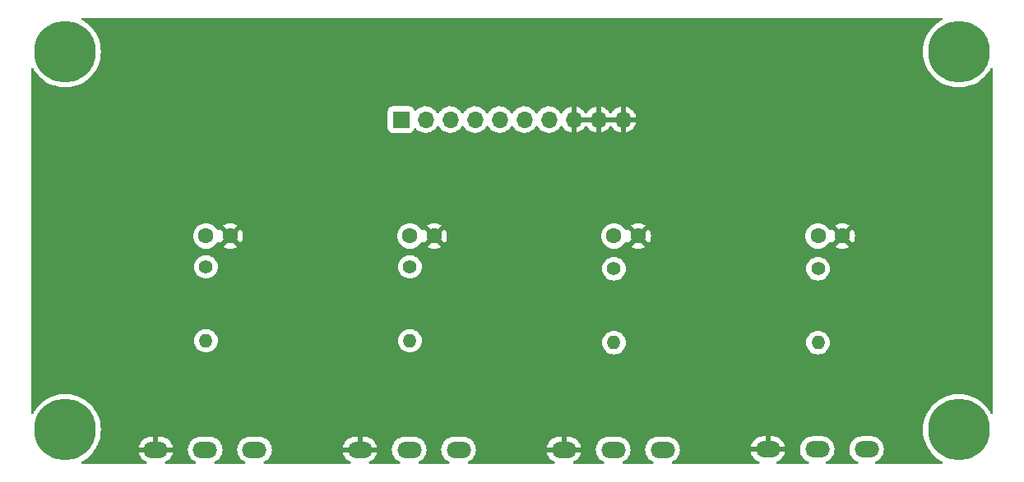
<source format=gbl>
%TF.GenerationSoftware,KiCad,Pcbnew,(6.0.1)*%
%TF.CreationDate,2022-10-03T06:37:34-04:00*%
%TF.ProjectId,MOD-CTL-POTS,4d4f442d-4354-44c2-9d50-4f54532e6b69,rev?*%
%TF.SameCoordinates,Original*%
%TF.FileFunction,Copper,L2,Bot*%
%TF.FilePolarity,Positive*%
%FSLAX46Y46*%
G04 Gerber Fmt 4.6, Leading zero omitted, Abs format (unit mm)*
G04 Created by KiCad (PCBNEW (6.0.1)) date 2022-10-03 06:37:34*
%MOMM*%
%LPD*%
G01*
G04 APERTURE LIST*
%TA.AperFunction,ComponentPad*%
%ADD10C,6.350000*%
%TD*%
%TA.AperFunction,ComponentPad*%
%ADD11C,1.600000*%
%TD*%
%TA.AperFunction,ComponentPad*%
%ADD12C,1.400000*%
%TD*%
%TA.AperFunction,ComponentPad*%
%ADD13O,1.400000X1.400000*%
%TD*%
%TA.AperFunction,ComponentPad*%
%ADD14O,2.540000X1.651000*%
%TD*%
%TA.AperFunction,ComponentPad*%
%ADD15R,1.700000X1.700000*%
%TD*%
%TA.AperFunction,ComponentPad*%
%ADD16O,1.700000X1.700000*%
%TD*%
G04 APERTURE END LIST*
D10*
%TO.P,MTG1,1*%
%TO.N,N/C*%
X94000000Y-83000000D03*
%TD*%
D11*
%TO.P,C4,1*%
%TO.N,/POT4*%
X171500000Y-63000000D03*
%TO.P,C4,2*%
%TO.N,GND*%
X174000000Y-63000000D03*
%TD*%
%TO.P,C3,1*%
%TO.N,/POT3*%
X150500000Y-63000000D03*
%TO.P,C3,2*%
%TO.N,GND*%
X153000000Y-63000000D03*
%TD*%
D12*
%TO.P,R2,1*%
%TO.N,/POT2*%
X129500000Y-66190000D03*
D13*
%TO.P,R2,2*%
%TO.N,Net-(R2-Pad2)*%
X129500000Y-73810000D03*
%TD*%
D14*
%TO.P,RV1,1,1*%
%TO.N,VCC*%
X113500002Y-85039987D03*
%TO.P,RV1,2,2*%
%TO.N,Net-(R1-Pad2)*%
X108420002Y-85039987D03*
%TO.P,RV1,3,3*%
%TO.N,GND*%
X103340002Y-85039987D03*
%TD*%
D10*
%TO.P,MTG3,1*%
%TO.N,N/C*%
X94000000Y-44000000D03*
%TD*%
D15*
%TO.P,J1,1,Pin_1*%
%TO.N,VCC*%
X128575000Y-51000000D03*
D16*
%TO.P,J1,2,Pin_2*%
X131115000Y-51000000D03*
%TO.P,J1,3,Pin_3*%
X133655000Y-51000000D03*
%TO.P,J1,4,Pin_4*%
%TO.N,/POT1*%
X136195000Y-51000000D03*
%TO.P,J1,5,Pin_5*%
%TO.N,/POT2*%
X138735000Y-51000000D03*
%TO.P,J1,6,Pin_6*%
%TO.N,/POT3*%
X141275000Y-51000000D03*
%TO.P,J1,7,Pin_7*%
%TO.N,/POT4*%
X143815000Y-51000000D03*
%TO.P,J1,8,Pin_8*%
%TO.N,GND*%
X146355000Y-51000000D03*
%TO.P,J1,9,Pin_9*%
X148895000Y-51000000D03*
%TO.P,J1,10,Pin_10*%
X151435000Y-51000000D03*
%TD*%
D14*
%TO.P,RV4,1,1*%
%TO.N,VCC*%
X176500003Y-85000008D03*
%TO.P,RV4,2,2*%
%TO.N,Net-(R4-Pad2)*%
X171420003Y-85000008D03*
%TO.P,RV4,3,3*%
%TO.N,GND*%
X166340003Y-85000008D03*
%TD*%
D11*
%TO.P,C1,1*%
%TO.N,/POT1*%
X108500000Y-63000000D03*
%TO.P,C1,2*%
%TO.N,GND*%
X111000000Y-63000000D03*
%TD*%
D14*
%TO.P,RV2,1,1*%
%TO.N,VCC*%
X134500010Y-85039987D03*
%TO.P,RV2,2,2*%
%TO.N,Net-(R2-Pad2)*%
X129420010Y-85039987D03*
%TO.P,RV2,3,3*%
%TO.N,GND*%
X124340010Y-85039987D03*
%TD*%
D12*
%TO.P,R4,1*%
%TO.N,/POT4*%
X171500000Y-66380000D03*
D13*
%TO.P,R4,2*%
%TO.N,Net-(R4-Pad2)*%
X171500000Y-74000000D03*
%TD*%
D14*
%TO.P,RV3,1,1*%
%TO.N,VCC*%
X155499994Y-85039987D03*
%TO.P,RV3,2,2*%
%TO.N,Net-(R3-Pad2)*%
X150419994Y-85039987D03*
%TO.P,RV3,3,3*%
%TO.N,GND*%
X145339994Y-85039987D03*
%TD*%
D12*
%TO.P,R3,1*%
%TO.N,/POT3*%
X150500000Y-66380000D03*
D13*
%TO.P,R3,2*%
%TO.N,Net-(R3-Pad2)*%
X150500000Y-74000000D03*
%TD*%
D11*
%TO.P,C2,1*%
%TO.N,/POT2*%
X129500000Y-63000000D03*
%TO.P,C2,2*%
%TO.N,GND*%
X132000000Y-63000000D03*
%TD*%
D10*
%TO.P,MTG2,1*%
%TO.N,N/C*%
X186000000Y-83000000D03*
%TD*%
%TO.P,MTG4,1*%
%TO.N,N/C*%
X186000000Y-44000000D03*
%TD*%
D12*
%TO.P,R1,1*%
%TO.N,/POT1*%
X108500000Y-66190000D03*
D13*
%TO.P,R1,2*%
%TO.N,Net-(R1-Pad2)*%
X108500000Y-73810000D03*
%TD*%
%TA.AperFunction,Conductor*%
%TO.N,GND*%
G36*
X184283123Y-40528002D02*
G01*
X184329616Y-40581658D01*
X184339720Y-40651932D01*
X184310226Y-40716512D01*
X184272205Y-40746267D01*
X184155723Y-40805618D01*
X183831922Y-41015896D01*
X183531875Y-41258869D01*
X183258869Y-41531875D01*
X183015896Y-41831922D01*
X182805618Y-42155723D01*
X182804123Y-42158657D01*
X182804119Y-42158664D01*
X182746267Y-42272205D01*
X182630337Y-42499730D01*
X182491976Y-42860174D01*
X182392049Y-43233106D01*
X182331651Y-43614441D01*
X182311445Y-44000000D01*
X182331651Y-44385559D01*
X182392049Y-44766894D01*
X182491976Y-45139826D01*
X182630337Y-45500270D01*
X182631835Y-45503210D01*
X182804119Y-45841335D01*
X182805618Y-45844277D01*
X183015896Y-46168078D01*
X183258869Y-46468125D01*
X183531875Y-46741131D01*
X183831922Y-46984104D01*
X184155722Y-47194382D01*
X184158656Y-47195877D01*
X184158663Y-47195881D01*
X184496790Y-47368165D01*
X184499730Y-47369663D01*
X184860174Y-47508024D01*
X185233106Y-47607951D01*
X185435643Y-47640030D01*
X185611193Y-47667835D01*
X185611201Y-47667836D01*
X185614441Y-47668349D01*
X186000000Y-47688555D01*
X186385559Y-47668349D01*
X186388799Y-47667836D01*
X186388807Y-47667835D01*
X186564357Y-47640030D01*
X186766894Y-47607951D01*
X187139826Y-47508024D01*
X187500270Y-47369663D01*
X187503210Y-47368165D01*
X187841337Y-47195881D01*
X187841344Y-47195877D01*
X187844278Y-47194382D01*
X188168078Y-46984104D01*
X188468125Y-46741131D01*
X188741131Y-46468125D01*
X188984104Y-46168078D01*
X189194382Y-45844277D01*
X189253733Y-45727795D01*
X189302482Y-45676180D01*
X189371397Y-45659114D01*
X189438598Y-45682015D01*
X189482750Y-45737613D01*
X189492000Y-45784998D01*
X189492000Y-81215002D01*
X189471998Y-81283123D01*
X189418342Y-81329616D01*
X189348068Y-81339720D01*
X189283488Y-81310226D01*
X189253733Y-81272205D01*
X189195881Y-81158665D01*
X189194382Y-81155723D01*
X188984104Y-80831922D01*
X188741131Y-80531875D01*
X188468125Y-80258869D01*
X188168078Y-80015896D01*
X187844278Y-79805618D01*
X187841344Y-79804123D01*
X187841337Y-79804119D01*
X187503210Y-79631835D01*
X187500270Y-79630337D01*
X187139826Y-79491976D01*
X186766894Y-79392049D01*
X186564357Y-79359970D01*
X186388807Y-79332165D01*
X186388799Y-79332164D01*
X186385559Y-79331651D01*
X186000000Y-79311445D01*
X185614441Y-79331651D01*
X185611201Y-79332164D01*
X185611193Y-79332165D01*
X185435643Y-79359970D01*
X185233106Y-79392049D01*
X184860174Y-79491976D01*
X184499730Y-79630337D01*
X184496790Y-79631835D01*
X184158664Y-79804119D01*
X184158657Y-79804123D01*
X184155723Y-79805618D01*
X183831922Y-80015896D01*
X183531875Y-80258869D01*
X183258869Y-80531875D01*
X183015896Y-80831922D01*
X182805618Y-81155723D01*
X182804123Y-81158657D01*
X182804119Y-81158664D01*
X182746267Y-81272205D01*
X182630337Y-81499730D01*
X182491976Y-81860174D01*
X182392049Y-82233106D01*
X182331651Y-82614441D01*
X182311445Y-83000000D01*
X182331651Y-83385559D01*
X182392049Y-83766894D01*
X182491976Y-84139826D01*
X182493161Y-84142914D01*
X182493162Y-84142916D01*
X182507103Y-84179233D01*
X182630337Y-84500270D01*
X182631835Y-84503210D01*
X182804119Y-84841335D01*
X182805618Y-84844277D01*
X183015896Y-85168078D01*
X183258869Y-85468125D01*
X183531875Y-85741131D01*
X183831922Y-85984104D01*
X183834697Y-85985906D01*
X184105897Y-86162025D01*
X184155722Y-86194382D01*
X184158656Y-86195877D01*
X184158663Y-86195881D01*
X184272205Y-86253733D01*
X184323820Y-86302481D01*
X184340886Y-86371396D01*
X184317985Y-86438598D01*
X184262388Y-86482750D01*
X184215002Y-86492000D01*
X177469780Y-86492000D01*
X177401659Y-86471998D01*
X177355166Y-86418342D01*
X177345062Y-86348068D01*
X177374556Y-86283488D01*
X177416530Y-86251805D01*
X177609064Y-86162025D01*
X177609069Y-86162022D01*
X177614051Y-86159699D01*
X177743650Y-86068953D01*
X177800746Y-86028974D01*
X177800749Y-86028972D01*
X177805257Y-86025815D01*
X177970310Y-85860762D01*
X178076201Y-85709535D01*
X178101037Y-85674065D01*
X178101038Y-85674063D01*
X178104194Y-85669556D01*
X178106517Y-85664574D01*
X178106520Y-85664569D01*
X178200519Y-85462988D01*
X178200520Y-85462986D01*
X178202842Y-85458006D01*
X178246791Y-85293987D01*
X178261831Y-85237855D01*
X178261831Y-85237853D01*
X178263255Y-85232540D01*
X178283599Y-85000008D01*
X178263255Y-84767476D01*
X178256732Y-84743132D01*
X178204265Y-84547320D01*
X178204264Y-84547318D01*
X178202842Y-84542010D01*
X178181940Y-84497185D01*
X178106520Y-84335447D01*
X178106517Y-84335442D01*
X178104194Y-84330460D01*
X178001688Y-84184066D01*
X177973469Y-84143765D01*
X177973467Y-84143762D01*
X177970310Y-84139254D01*
X177805257Y-83974201D01*
X177800749Y-83971044D01*
X177800746Y-83971042D01*
X177618560Y-83843474D01*
X177618558Y-83843473D01*
X177614051Y-83840317D01*
X177609069Y-83837994D01*
X177609064Y-83837991D01*
X177407483Y-83743992D01*
X177407481Y-83743991D01*
X177402501Y-83741669D01*
X177397193Y-83740247D01*
X177397191Y-83740246D01*
X177182350Y-83682680D01*
X177182348Y-83682680D01*
X177177035Y-83681256D01*
X177075452Y-83672369D01*
X177005474Y-83666246D01*
X177005467Y-83666246D01*
X177002750Y-83666008D01*
X175997256Y-83666008D01*
X175994539Y-83666246D01*
X175994532Y-83666246D01*
X175924554Y-83672369D01*
X175822971Y-83681256D01*
X175817658Y-83682680D01*
X175817656Y-83682680D01*
X175602815Y-83740246D01*
X175602813Y-83740247D01*
X175597505Y-83741669D01*
X175592525Y-83743991D01*
X175592523Y-83743992D01*
X175390942Y-83837991D01*
X175390937Y-83837994D01*
X175385955Y-83840317D01*
X175381448Y-83843473D01*
X175381446Y-83843474D01*
X175199260Y-83971042D01*
X175199257Y-83971044D01*
X175194749Y-83974201D01*
X175029696Y-84139254D01*
X175026539Y-84143762D01*
X175026537Y-84143765D01*
X174998318Y-84184066D01*
X174895812Y-84330460D01*
X174893489Y-84335442D01*
X174893486Y-84335447D01*
X174818066Y-84497185D01*
X174797164Y-84542010D01*
X174795742Y-84547318D01*
X174795741Y-84547320D01*
X174743274Y-84743132D01*
X174736751Y-84767476D01*
X174716407Y-85000008D01*
X174736751Y-85232540D01*
X174738175Y-85237853D01*
X174738175Y-85237855D01*
X174753216Y-85293987D01*
X174797164Y-85458006D01*
X174799486Y-85462986D01*
X174799487Y-85462988D01*
X174893486Y-85664569D01*
X174893489Y-85664574D01*
X174895812Y-85669556D01*
X174898968Y-85674063D01*
X174898969Y-85674065D01*
X174923806Y-85709535D01*
X175029696Y-85860762D01*
X175194749Y-86025815D01*
X175199257Y-86028972D01*
X175199260Y-86028974D01*
X175256356Y-86068953D01*
X175385955Y-86159699D01*
X175390937Y-86162022D01*
X175390942Y-86162025D01*
X175583476Y-86251805D01*
X175636761Y-86298723D01*
X175656222Y-86367000D01*
X175635680Y-86434960D01*
X175581657Y-86481025D01*
X175530226Y-86492000D01*
X172389780Y-86492000D01*
X172321659Y-86471998D01*
X172275166Y-86418342D01*
X172265062Y-86348068D01*
X172294556Y-86283488D01*
X172336530Y-86251805D01*
X172529064Y-86162025D01*
X172529069Y-86162022D01*
X172534051Y-86159699D01*
X172663650Y-86068953D01*
X172720746Y-86028974D01*
X172720749Y-86028972D01*
X172725257Y-86025815D01*
X172890310Y-85860762D01*
X172996201Y-85709535D01*
X173021037Y-85674065D01*
X173021038Y-85674063D01*
X173024194Y-85669556D01*
X173026517Y-85664574D01*
X173026520Y-85664569D01*
X173120519Y-85462988D01*
X173120520Y-85462986D01*
X173122842Y-85458006D01*
X173166791Y-85293987D01*
X173181831Y-85237855D01*
X173181831Y-85237853D01*
X173183255Y-85232540D01*
X173203599Y-85000008D01*
X173183255Y-84767476D01*
X173176732Y-84743132D01*
X173124265Y-84547320D01*
X173124264Y-84547318D01*
X173122842Y-84542010D01*
X173101940Y-84497185D01*
X173026520Y-84335447D01*
X173026517Y-84335442D01*
X173024194Y-84330460D01*
X172921688Y-84184066D01*
X172893469Y-84143765D01*
X172893467Y-84143762D01*
X172890310Y-84139254D01*
X172725257Y-83974201D01*
X172720749Y-83971044D01*
X172720746Y-83971042D01*
X172538560Y-83843474D01*
X172538558Y-83843473D01*
X172534051Y-83840317D01*
X172529069Y-83837994D01*
X172529064Y-83837991D01*
X172327483Y-83743992D01*
X172327481Y-83743991D01*
X172322501Y-83741669D01*
X172317193Y-83740247D01*
X172317191Y-83740246D01*
X172102350Y-83682680D01*
X172102348Y-83682680D01*
X172097035Y-83681256D01*
X171995452Y-83672369D01*
X171925474Y-83666246D01*
X171925467Y-83666246D01*
X171922750Y-83666008D01*
X170917256Y-83666008D01*
X170914539Y-83666246D01*
X170914532Y-83666246D01*
X170844554Y-83672369D01*
X170742971Y-83681256D01*
X170737658Y-83682680D01*
X170737656Y-83682680D01*
X170522815Y-83740246D01*
X170522813Y-83740247D01*
X170517505Y-83741669D01*
X170512525Y-83743991D01*
X170512523Y-83743992D01*
X170310942Y-83837991D01*
X170310937Y-83837994D01*
X170305955Y-83840317D01*
X170301448Y-83843473D01*
X170301446Y-83843474D01*
X170119260Y-83971042D01*
X170119257Y-83971044D01*
X170114749Y-83974201D01*
X169949696Y-84139254D01*
X169946539Y-84143762D01*
X169946537Y-84143765D01*
X169918318Y-84184066D01*
X169815812Y-84330460D01*
X169813489Y-84335442D01*
X169813486Y-84335447D01*
X169738066Y-84497185D01*
X169717164Y-84542010D01*
X169715742Y-84547318D01*
X169715741Y-84547320D01*
X169663274Y-84743132D01*
X169656751Y-84767476D01*
X169636407Y-85000008D01*
X169656751Y-85232540D01*
X169658175Y-85237853D01*
X169658175Y-85237855D01*
X169673216Y-85293987D01*
X169717164Y-85458006D01*
X169719486Y-85462986D01*
X169719487Y-85462988D01*
X169813486Y-85664569D01*
X169813489Y-85664574D01*
X169815812Y-85669556D01*
X169818968Y-85674063D01*
X169818969Y-85674065D01*
X169843806Y-85709535D01*
X169949696Y-85860762D01*
X170114749Y-86025815D01*
X170119257Y-86028972D01*
X170119260Y-86028974D01*
X170176356Y-86068953D01*
X170305955Y-86159699D01*
X170310937Y-86162022D01*
X170310942Y-86162025D01*
X170503476Y-86251805D01*
X170556761Y-86298723D01*
X170576222Y-86367000D01*
X170555680Y-86434960D01*
X170501657Y-86481025D01*
X170450226Y-86492000D01*
X167308596Y-86492000D01*
X167240475Y-86471998D01*
X167193982Y-86418342D01*
X167183878Y-86348068D01*
X167213372Y-86283488D01*
X167255346Y-86251805D01*
X167448813Y-86161590D01*
X167458309Y-86156107D01*
X167640424Y-86028589D01*
X167648832Y-86021533D01*
X167806028Y-85864337D01*
X167813084Y-85855929D01*
X167940602Y-85673814D01*
X167946085Y-85664318D01*
X168040047Y-85462816D01*
X168043793Y-85452524D01*
X168092297Y-85271505D01*
X168091961Y-85257409D01*
X168084019Y-85254008D01*
X164601136Y-85254008D01*
X164587605Y-85257981D01*
X164586376Y-85266530D01*
X164636213Y-85452524D01*
X164639959Y-85462816D01*
X164733921Y-85664318D01*
X164739404Y-85673814D01*
X164866922Y-85855929D01*
X164873978Y-85864337D01*
X165031174Y-86021533D01*
X165039582Y-86028589D01*
X165221697Y-86156107D01*
X165231193Y-86161590D01*
X165424660Y-86251805D01*
X165477945Y-86298722D01*
X165497406Y-86367000D01*
X165476864Y-86434960D01*
X165422841Y-86481025D01*
X165371410Y-86492000D01*
X156555506Y-86492000D01*
X156487385Y-86471998D01*
X156440892Y-86418342D01*
X156430788Y-86348068D01*
X156460282Y-86283488D01*
X156502256Y-86251805D01*
X156609055Y-86202004D01*
X156609060Y-86202001D01*
X156614042Y-86199678D01*
X156619465Y-86195881D01*
X156800737Y-86068953D01*
X156800740Y-86068951D01*
X156805248Y-86065794D01*
X156970301Y-85900741D01*
X156995792Y-85864337D01*
X157101028Y-85714044D01*
X157101029Y-85714042D01*
X157104185Y-85709535D01*
X157106508Y-85704553D01*
X157106511Y-85704548D01*
X157200510Y-85502967D01*
X157200511Y-85502965D01*
X157202833Y-85497985D01*
X157212211Y-85462988D01*
X157261822Y-85277834D01*
X157261822Y-85277832D01*
X157263246Y-85272519D01*
X157283590Y-85039987D01*
X157263246Y-84807455D01*
X157256723Y-84783111D01*
X157242093Y-84728511D01*
X164587709Y-84728511D01*
X164588045Y-84742607D01*
X164595987Y-84746008D01*
X166067888Y-84746008D01*
X166083127Y-84741533D01*
X166084332Y-84740143D01*
X166086003Y-84732460D01*
X166086003Y-84727893D01*
X166594003Y-84727893D01*
X166598478Y-84743132D01*
X166599868Y-84744337D01*
X166607551Y-84746008D01*
X168078870Y-84746008D01*
X168092401Y-84742035D01*
X168093630Y-84733486D01*
X168043793Y-84547492D01*
X168040047Y-84537200D01*
X167946085Y-84335698D01*
X167940602Y-84326202D01*
X167813084Y-84144087D01*
X167806028Y-84135679D01*
X167648832Y-83978483D01*
X167640424Y-83971427D01*
X167458309Y-83843909D01*
X167448813Y-83838426D01*
X167247311Y-83744464D01*
X167237019Y-83740718D01*
X167022260Y-83683174D01*
X167011467Y-83681271D01*
X166845453Y-83666746D01*
X166839988Y-83666508D01*
X166612118Y-83666508D01*
X166596879Y-83670983D01*
X166595674Y-83672373D01*
X166594003Y-83680056D01*
X166594003Y-84727893D01*
X166086003Y-84727893D01*
X166086003Y-83684623D01*
X166081528Y-83669384D01*
X166080138Y-83668179D01*
X166072455Y-83666508D01*
X165840018Y-83666508D01*
X165834553Y-83666746D01*
X165668539Y-83681271D01*
X165657746Y-83683174D01*
X165442987Y-83740718D01*
X165432695Y-83744464D01*
X165231193Y-83838426D01*
X165221697Y-83843909D01*
X165039582Y-83971427D01*
X165031174Y-83978483D01*
X164873978Y-84135679D01*
X164866922Y-84144087D01*
X164739404Y-84326202D01*
X164733921Y-84335698D01*
X164639959Y-84537200D01*
X164636213Y-84547492D01*
X164587709Y-84728511D01*
X157242093Y-84728511D01*
X157204256Y-84587299D01*
X157204255Y-84587297D01*
X157202833Y-84581989D01*
X157186747Y-84547492D01*
X157106511Y-84375426D01*
X157106508Y-84375421D01*
X157104185Y-84370439D01*
X157079859Y-84335698D01*
X156973460Y-84183744D01*
X156973458Y-84183741D01*
X156970301Y-84179233D01*
X156805248Y-84014180D01*
X156800740Y-84011023D01*
X156800737Y-84011021D01*
X156618551Y-83883453D01*
X156618549Y-83883452D01*
X156614042Y-83880296D01*
X156609060Y-83877973D01*
X156609055Y-83877970D01*
X156407474Y-83783971D01*
X156407472Y-83783970D01*
X156402492Y-83781648D01*
X156397184Y-83780226D01*
X156397182Y-83780225D01*
X156182341Y-83722659D01*
X156182339Y-83722659D01*
X156177026Y-83721235D01*
X156075443Y-83712348D01*
X156005465Y-83706225D01*
X156005458Y-83706225D01*
X156002741Y-83705987D01*
X154997247Y-83705987D01*
X154994530Y-83706225D01*
X154994523Y-83706225D01*
X154924545Y-83712348D01*
X154822962Y-83721235D01*
X154817649Y-83722659D01*
X154817647Y-83722659D01*
X154602806Y-83780225D01*
X154602804Y-83780226D01*
X154597496Y-83781648D01*
X154592516Y-83783970D01*
X154592514Y-83783971D01*
X154390933Y-83877970D01*
X154390928Y-83877973D01*
X154385946Y-83880296D01*
X154381439Y-83883452D01*
X154381437Y-83883453D01*
X154199251Y-84011021D01*
X154199248Y-84011023D01*
X154194740Y-84014180D01*
X154029687Y-84179233D01*
X154026530Y-84183741D01*
X154026528Y-84183744D01*
X153920129Y-84335698D01*
X153895803Y-84370439D01*
X153893480Y-84375421D01*
X153893477Y-84375426D01*
X153813241Y-84547492D01*
X153797155Y-84581989D01*
X153795733Y-84587297D01*
X153795732Y-84587299D01*
X153743265Y-84783111D01*
X153736742Y-84807455D01*
X153716398Y-85039987D01*
X153736742Y-85272519D01*
X153738166Y-85277832D01*
X153738166Y-85277834D01*
X153787778Y-85462988D01*
X153797155Y-85497985D01*
X153799477Y-85502965D01*
X153799478Y-85502967D01*
X153893477Y-85704548D01*
X153893480Y-85704553D01*
X153895803Y-85709535D01*
X153898959Y-85714042D01*
X153898960Y-85714044D01*
X154004197Y-85864337D01*
X154029687Y-85900741D01*
X154194740Y-86065794D01*
X154199248Y-86068951D01*
X154199251Y-86068953D01*
X154380523Y-86195881D01*
X154385946Y-86199678D01*
X154390928Y-86202001D01*
X154390933Y-86202004D01*
X154497732Y-86251805D01*
X154551017Y-86298723D01*
X154570478Y-86367000D01*
X154549936Y-86434960D01*
X154495913Y-86481025D01*
X154444482Y-86492000D01*
X151475506Y-86492000D01*
X151407385Y-86471998D01*
X151360892Y-86418342D01*
X151350788Y-86348068D01*
X151380282Y-86283488D01*
X151422256Y-86251805D01*
X151529055Y-86202004D01*
X151529060Y-86202001D01*
X151534042Y-86199678D01*
X151539465Y-86195881D01*
X151720737Y-86068953D01*
X151720740Y-86068951D01*
X151725248Y-86065794D01*
X151890301Y-85900741D01*
X151915792Y-85864337D01*
X152021028Y-85714044D01*
X152021029Y-85714042D01*
X152024185Y-85709535D01*
X152026508Y-85704553D01*
X152026511Y-85704548D01*
X152120510Y-85502967D01*
X152120511Y-85502965D01*
X152122833Y-85497985D01*
X152132211Y-85462988D01*
X152181822Y-85277834D01*
X152181822Y-85277832D01*
X152183246Y-85272519D01*
X152203590Y-85039987D01*
X152183246Y-84807455D01*
X152176723Y-84783111D01*
X152124256Y-84587299D01*
X152124255Y-84587297D01*
X152122833Y-84581989D01*
X152106747Y-84547492D01*
X152026511Y-84375426D01*
X152026508Y-84375421D01*
X152024185Y-84370439D01*
X151999859Y-84335698D01*
X151893460Y-84183744D01*
X151893458Y-84183741D01*
X151890301Y-84179233D01*
X151725248Y-84014180D01*
X151720740Y-84011023D01*
X151720737Y-84011021D01*
X151538551Y-83883453D01*
X151538549Y-83883452D01*
X151534042Y-83880296D01*
X151529060Y-83877973D01*
X151529055Y-83877970D01*
X151327474Y-83783971D01*
X151327472Y-83783970D01*
X151322492Y-83781648D01*
X151317184Y-83780226D01*
X151317182Y-83780225D01*
X151102341Y-83722659D01*
X151102339Y-83722659D01*
X151097026Y-83721235D01*
X150995443Y-83712348D01*
X150925465Y-83706225D01*
X150925458Y-83706225D01*
X150922741Y-83705987D01*
X149917247Y-83705987D01*
X149914530Y-83706225D01*
X149914523Y-83706225D01*
X149844545Y-83712348D01*
X149742962Y-83721235D01*
X149737649Y-83722659D01*
X149737647Y-83722659D01*
X149522806Y-83780225D01*
X149522804Y-83780226D01*
X149517496Y-83781648D01*
X149512516Y-83783970D01*
X149512514Y-83783971D01*
X149310933Y-83877970D01*
X149310928Y-83877973D01*
X149305946Y-83880296D01*
X149301439Y-83883452D01*
X149301437Y-83883453D01*
X149119251Y-84011021D01*
X149119248Y-84011023D01*
X149114740Y-84014180D01*
X148949687Y-84179233D01*
X148946530Y-84183741D01*
X148946528Y-84183744D01*
X148840129Y-84335698D01*
X148815803Y-84370439D01*
X148813480Y-84375421D01*
X148813477Y-84375426D01*
X148733241Y-84547492D01*
X148717155Y-84581989D01*
X148715733Y-84587297D01*
X148715732Y-84587299D01*
X148663265Y-84783111D01*
X148656742Y-84807455D01*
X148636398Y-85039987D01*
X148656742Y-85272519D01*
X148658166Y-85277832D01*
X148658166Y-85277834D01*
X148707778Y-85462988D01*
X148717155Y-85497985D01*
X148719477Y-85502965D01*
X148719478Y-85502967D01*
X148813477Y-85704548D01*
X148813480Y-85704553D01*
X148815803Y-85709535D01*
X148818959Y-85714042D01*
X148818960Y-85714044D01*
X148924197Y-85864337D01*
X148949687Y-85900741D01*
X149114740Y-86065794D01*
X149119248Y-86068951D01*
X149119251Y-86068953D01*
X149300523Y-86195881D01*
X149305946Y-86199678D01*
X149310928Y-86202001D01*
X149310933Y-86202004D01*
X149417732Y-86251805D01*
X149471017Y-86298723D01*
X149490478Y-86367000D01*
X149469936Y-86434960D01*
X149415913Y-86481025D01*
X149364482Y-86492000D01*
X146394322Y-86492000D01*
X146326201Y-86471998D01*
X146279708Y-86418342D01*
X146269604Y-86348068D01*
X146299098Y-86283488D01*
X146341072Y-86251805D01*
X146448804Y-86201569D01*
X146458300Y-86196086D01*
X146640415Y-86068568D01*
X146648823Y-86061512D01*
X146806019Y-85904316D01*
X146813075Y-85895908D01*
X146940593Y-85713793D01*
X146946076Y-85704297D01*
X147040038Y-85502795D01*
X147043784Y-85492503D01*
X147092288Y-85311484D01*
X147091952Y-85297388D01*
X147084010Y-85293987D01*
X143601127Y-85293987D01*
X143587596Y-85297960D01*
X143586367Y-85306509D01*
X143636204Y-85492503D01*
X143639950Y-85502795D01*
X143733912Y-85704297D01*
X143739395Y-85713793D01*
X143866913Y-85895908D01*
X143873969Y-85904316D01*
X144031165Y-86061512D01*
X144039573Y-86068568D01*
X144221688Y-86196086D01*
X144231184Y-86201569D01*
X144338916Y-86251805D01*
X144392201Y-86298723D01*
X144411662Y-86367000D01*
X144391120Y-86434960D01*
X144337097Y-86481025D01*
X144285666Y-86492000D01*
X135555522Y-86492000D01*
X135487401Y-86471998D01*
X135440908Y-86418342D01*
X135430804Y-86348068D01*
X135460298Y-86283488D01*
X135502272Y-86251805D01*
X135609071Y-86202004D01*
X135609076Y-86202001D01*
X135614058Y-86199678D01*
X135619481Y-86195881D01*
X135800753Y-86068953D01*
X135800756Y-86068951D01*
X135805264Y-86065794D01*
X135970317Y-85900741D01*
X135995808Y-85864337D01*
X136101044Y-85714044D01*
X136101045Y-85714042D01*
X136104201Y-85709535D01*
X136106524Y-85704553D01*
X136106527Y-85704548D01*
X136200526Y-85502967D01*
X136200527Y-85502965D01*
X136202849Y-85497985D01*
X136212227Y-85462988D01*
X136261838Y-85277834D01*
X136261838Y-85277832D01*
X136263262Y-85272519D01*
X136283606Y-85039987D01*
X136263262Y-84807455D01*
X136256739Y-84783111D01*
X136252821Y-84768490D01*
X143587700Y-84768490D01*
X143588036Y-84782586D01*
X143595978Y-84785987D01*
X145067879Y-84785987D01*
X145083118Y-84781512D01*
X145084323Y-84780122D01*
X145085994Y-84772439D01*
X145085994Y-84767872D01*
X145593994Y-84767872D01*
X145598469Y-84783111D01*
X145599859Y-84784316D01*
X145607542Y-84785987D01*
X147078861Y-84785987D01*
X147092392Y-84782014D01*
X147093621Y-84773465D01*
X147043784Y-84587471D01*
X147040038Y-84577179D01*
X146946076Y-84375677D01*
X146940593Y-84366181D01*
X146813075Y-84184066D01*
X146806019Y-84175658D01*
X146648823Y-84018462D01*
X146640415Y-84011406D01*
X146458300Y-83883888D01*
X146448804Y-83878405D01*
X146247302Y-83784443D01*
X146237010Y-83780697D01*
X146022251Y-83723153D01*
X146011458Y-83721250D01*
X145845444Y-83706725D01*
X145839979Y-83706487D01*
X145612109Y-83706487D01*
X145596870Y-83710962D01*
X145595665Y-83712352D01*
X145593994Y-83720035D01*
X145593994Y-84767872D01*
X145085994Y-84767872D01*
X145085994Y-83724602D01*
X145081519Y-83709363D01*
X145080129Y-83708158D01*
X145072446Y-83706487D01*
X144840009Y-83706487D01*
X144834544Y-83706725D01*
X144668530Y-83721250D01*
X144657737Y-83723153D01*
X144442978Y-83780697D01*
X144432686Y-83784443D01*
X144231184Y-83878405D01*
X144221688Y-83883888D01*
X144039573Y-84011406D01*
X144031165Y-84018462D01*
X143873969Y-84175658D01*
X143866913Y-84184066D01*
X143739395Y-84366181D01*
X143733912Y-84375677D01*
X143639950Y-84577179D01*
X143636204Y-84587471D01*
X143587700Y-84768490D01*
X136252821Y-84768490D01*
X136204272Y-84587299D01*
X136204271Y-84587297D01*
X136202849Y-84581989D01*
X136186763Y-84547492D01*
X136106527Y-84375426D01*
X136106524Y-84375421D01*
X136104201Y-84370439D01*
X136079875Y-84335698D01*
X135973476Y-84183744D01*
X135973474Y-84183741D01*
X135970317Y-84179233D01*
X135805264Y-84014180D01*
X135800756Y-84011023D01*
X135800753Y-84011021D01*
X135618567Y-83883453D01*
X135618565Y-83883452D01*
X135614058Y-83880296D01*
X135609076Y-83877973D01*
X135609071Y-83877970D01*
X135407490Y-83783971D01*
X135407488Y-83783970D01*
X135402508Y-83781648D01*
X135397200Y-83780226D01*
X135397198Y-83780225D01*
X135182357Y-83722659D01*
X135182355Y-83722659D01*
X135177042Y-83721235D01*
X135075459Y-83712348D01*
X135005481Y-83706225D01*
X135005474Y-83706225D01*
X135002757Y-83705987D01*
X133997263Y-83705987D01*
X133994546Y-83706225D01*
X133994539Y-83706225D01*
X133924561Y-83712348D01*
X133822978Y-83721235D01*
X133817665Y-83722659D01*
X133817663Y-83722659D01*
X133602822Y-83780225D01*
X133602820Y-83780226D01*
X133597512Y-83781648D01*
X133592532Y-83783970D01*
X133592530Y-83783971D01*
X133390949Y-83877970D01*
X133390944Y-83877973D01*
X133385962Y-83880296D01*
X133381455Y-83883452D01*
X133381453Y-83883453D01*
X133199267Y-84011021D01*
X133199264Y-84011023D01*
X133194756Y-84014180D01*
X133029703Y-84179233D01*
X133026546Y-84183741D01*
X133026544Y-84183744D01*
X132920145Y-84335698D01*
X132895819Y-84370439D01*
X132893496Y-84375421D01*
X132893493Y-84375426D01*
X132813257Y-84547492D01*
X132797171Y-84581989D01*
X132795749Y-84587297D01*
X132795748Y-84587299D01*
X132743281Y-84783111D01*
X132736758Y-84807455D01*
X132716414Y-85039987D01*
X132736758Y-85272519D01*
X132738182Y-85277832D01*
X132738182Y-85277834D01*
X132787794Y-85462988D01*
X132797171Y-85497985D01*
X132799493Y-85502965D01*
X132799494Y-85502967D01*
X132893493Y-85704548D01*
X132893496Y-85704553D01*
X132895819Y-85709535D01*
X132898975Y-85714042D01*
X132898976Y-85714044D01*
X133004213Y-85864337D01*
X133029703Y-85900741D01*
X133194756Y-86065794D01*
X133199264Y-86068951D01*
X133199267Y-86068953D01*
X133380539Y-86195881D01*
X133385962Y-86199678D01*
X133390944Y-86202001D01*
X133390949Y-86202004D01*
X133497748Y-86251805D01*
X133551033Y-86298723D01*
X133570494Y-86367000D01*
X133549952Y-86434960D01*
X133495929Y-86481025D01*
X133444498Y-86492000D01*
X130475522Y-86492000D01*
X130407401Y-86471998D01*
X130360908Y-86418342D01*
X130350804Y-86348068D01*
X130380298Y-86283488D01*
X130422272Y-86251805D01*
X130529071Y-86202004D01*
X130529076Y-86202001D01*
X130534058Y-86199678D01*
X130539481Y-86195881D01*
X130720753Y-86068953D01*
X130720756Y-86068951D01*
X130725264Y-86065794D01*
X130890317Y-85900741D01*
X130915808Y-85864337D01*
X131021044Y-85714044D01*
X131021045Y-85714042D01*
X131024201Y-85709535D01*
X131026524Y-85704553D01*
X131026527Y-85704548D01*
X131120526Y-85502967D01*
X131120527Y-85502965D01*
X131122849Y-85497985D01*
X131132227Y-85462988D01*
X131181838Y-85277834D01*
X131181838Y-85277832D01*
X131183262Y-85272519D01*
X131203606Y-85039987D01*
X131183262Y-84807455D01*
X131176739Y-84783111D01*
X131124272Y-84587299D01*
X131124271Y-84587297D01*
X131122849Y-84581989D01*
X131106763Y-84547492D01*
X131026527Y-84375426D01*
X131026524Y-84375421D01*
X131024201Y-84370439D01*
X130999875Y-84335698D01*
X130893476Y-84183744D01*
X130893474Y-84183741D01*
X130890317Y-84179233D01*
X130725264Y-84014180D01*
X130720756Y-84011023D01*
X130720753Y-84011021D01*
X130538567Y-83883453D01*
X130538565Y-83883452D01*
X130534058Y-83880296D01*
X130529076Y-83877973D01*
X130529071Y-83877970D01*
X130327490Y-83783971D01*
X130327488Y-83783970D01*
X130322508Y-83781648D01*
X130317200Y-83780226D01*
X130317198Y-83780225D01*
X130102357Y-83722659D01*
X130102355Y-83722659D01*
X130097042Y-83721235D01*
X129995459Y-83712348D01*
X129925481Y-83706225D01*
X129925474Y-83706225D01*
X129922757Y-83705987D01*
X128917263Y-83705987D01*
X128914546Y-83706225D01*
X128914539Y-83706225D01*
X128844561Y-83712348D01*
X128742978Y-83721235D01*
X128737665Y-83722659D01*
X128737663Y-83722659D01*
X128522822Y-83780225D01*
X128522820Y-83780226D01*
X128517512Y-83781648D01*
X128512532Y-83783970D01*
X128512530Y-83783971D01*
X128310949Y-83877970D01*
X128310944Y-83877973D01*
X128305962Y-83880296D01*
X128301455Y-83883452D01*
X128301453Y-83883453D01*
X128119267Y-84011021D01*
X128119264Y-84011023D01*
X128114756Y-84014180D01*
X127949703Y-84179233D01*
X127946546Y-84183741D01*
X127946544Y-84183744D01*
X127840145Y-84335698D01*
X127815819Y-84370439D01*
X127813496Y-84375421D01*
X127813493Y-84375426D01*
X127733257Y-84547492D01*
X127717171Y-84581989D01*
X127715749Y-84587297D01*
X127715748Y-84587299D01*
X127663281Y-84783111D01*
X127656758Y-84807455D01*
X127636414Y-85039987D01*
X127656758Y-85272519D01*
X127658182Y-85277832D01*
X127658182Y-85277834D01*
X127707794Y-85462988D01*
X127717171Y-85497985D01*
X127719493Y-85502965D01*
X127719494Y-85502967D01*
X127813493Y-85704548D01*
X127813496Y-85704553D01*
X127815819Y-85709535D01*
X127818975Y-85714042D01*
X127818976Y-85714044D01*
X127924213Y-85864337D01*
X127949703Y-85900741D01*
X128114756Y-86065794D01*
X128119264Y-86068951D01*
X128119267Y-86068953D01*
X128300539Y-86195881D01*
X128305962Y-86199678D01*
X128310944Y-86202001D01*
X128310949Y-86202004D01*
X128417748Y-86251805D01*
X128471033Y-86298723D01*
X128490494Y-86367000D01*
X128469952Y-86434960D01*
X128415929Y-86481025D01*
X128364498Y-86492000D01*
X125394338Y-86492000D01*
X125326217Y-86471998D01*
X125279724Y-86418342D01*
X125269620Y-86348068D01*
X125299114Y-86283488D01*
X125341088Y-86251805D01*
X125448820Y-86201569D01*
X125458316Y-86196086D01*
X125640431Y-86068568D01*
X125648839Y-86061512D01*
X125806035Y-85904316D01*
X125813091Y-85895908D01*
X125940609Y-85713793D01*
X125946092Y-85704297D01*
X126040054Y-85502795D01*
X126043800Y-85492503D01*
X126092304Y-85311484D01*
X126091968Y-85297388D01*
X126084026Y-85293987D01*
X122601143Y-85293987D01*
X122587612Y-85297960D01*
X122586383Y-85306509D01*
X122636220Y-85492503D01*
X122639966Y-85502795D01*
X122733928Y-85704297D01*
X122739411Y-85713793D01*
X122866929Y-85895908D01*
X122873985Y-85904316D01*
X123031181Y-86061512D01*
X123039589Y-86068568D01*
X123221704Y-86196086D01*
X123231200Y-86201569D01*
X123338932Y-86251805D01*
X123392217Y-86298723D01*
X123411678Y-86367000D01*
X123391136Y-86434960D01*
X123337113Y-86481025D01*
X123285682Y-86492000D01*
X114555514Y-86492000D01*
X114487393Y-86471998D01*
X114440900Y-86418342D01*
X114430796Y-86348068D01*
X114460290Y-86283488D01*
X114502264Y-86251805D01*
X114609063Y-86202004D01*
X114609068Y-86202001D01*
X114614050Y-86199678D01*
X114619473Y-86195881D01*
X114800745Y-86068953D01*
X114800748Y-86068951D01*
X114805256Y-86065794D01*
X114970309Y-85900741D01*
X114995800Y-85864337D01*
X115101036Y-85714044D01*
X115101037Y-85714042D01*
X115104193Y-85709535D01*
X115106516Y-85704553D01*
X115106519Y-85704548D01*
X115200518Y-85502967D01*
X115200519Y-85502965D01*
X115202841Y-85497985D01*
X115212219Y-85462988D01*
X115261830Y-85277834D01*
X115261830Y-85277832D01*
X115263254Y-85272519D01*
X115283598Y-85039987D01*
X115263254Y-84807455D01*
X115256731Y-84783111D01*
X115252813Y-84768490D01*
X122587716Y-84768490D01*
X122588052Y-84782586D01*
X122595994Y-84785987D01*
X124067895Y-84785987D01*
X124083134Y-84781512D01*
X124084339Y-84780122D01*
X124086010Y-84772439D01*
X124086010Y-84767872D01*
X124594010Y-84767872D01*
X124598485Y-84783111D01*
X124599875Y-84784316D01*
X124607558Y-84785987D01*
X126078877Y-84785987D01*
X126092408Y-84782014D01*
X126093637Y-84773465D01*
X126043800Y-84587471D01*
X126040054Y-84577179D01*
X125946092Y-84375677D01*
X125940609Y-84366181D01*
X125813091Y-84184066D01*
X125806035Y-84175658D01*
X125648839Y-84018462D01*
X125640431Y-84011406D01*
X125458316Y-83883888D01*
X125448820Y-83878405D01*
X125247318Y-83784443D01*
X125237026Y-83780697D01*
X125022267Y-83723153D01*
X125011474Y-83721250D01*
X124845460Y-83706725D01*
X124839995Y-83706487D01*
X124612125Y-83706487D01*
X124596886Y-83710962D01*
X124595681Y-83712352D01*
X124594010Y-83720035D01*
X124594010Y-84767872D01*
X124086010Y-84767872D01*
X124086010Y-83724602D01*
X124081535Y-83709363D01*
X124080145Y-83708158D01*
X124072462Y-83706487D01*
X123840025Y-83706487D01*
X123834560Y-83706725D01*
X123668546Y-83721250D01*
X123657753Y-83723153D01*
X123442994Y-83780697D01*
X123432702Y-83784443D01*
X123231200Y-83878405D01*
X123221704Y-83883888D01*
X123039589Y-84011406D01*
X123031181Y-84018462D01*
X122873985Y-84175658D01*
X122866929Y-84184066D01*
X122739411Y-84366181D01*
X122733928Y-84375677D01*
X122639966Y-84577179D01*
X122636220Y-84587471D01*
X122587716Y-84768490D01*
X115252813Y-84768490D01*
X115204264Y-84587299D01*
X115204263Y-84587297D01*
X115202841Y-84581989D01*
X115186755Y-84547492D01*
X115106519Y-84375426D01*
X115106516Y-84375421D01*
X115104193Y-84370439D01*
X115079867Y-84335698D01*
X114973468Y-84183744D01*
X114973466Y-84183741D01*
X114970309Y-84179233D01*
X114805256Y-84014180D01*
X114800748Y-84011023D01*
X114800745Y-84011021D01*
X114618559Y-83883453D01*
X114618557Y-83883452D01*
X114614050Y-83880296D01*
X114609068Y-83877973D01*
X114609063Y-83877970D01*
X114407482Y-83783971D01*
X114407480Y-83783970D01*
X114402500Y-83781648D01*
X114397192Y-83780226D01*
X114397190Y-83780225D01*
X114182349Y-83722659D01*
X114182347Y-83722659D01*
X114177034Y-83721235D01*
X114075451Y-83712348D01*
X114005473Y-83706225D01*
X114005466Y-83706225D01*
X114002749Y-83705987D01*
X112997255Y-83705987D01*
X112994538Y-83706225D01*
X112994531Y-83706225D01*
X112924553Y-83712348D01*
X112822970Y-83721235D01*
X112817657Y-83722659D01*
X112817655Y-83722659D01*
X112602814Y-83780225D01*
X112602812Y-83780226D01*
X112597504Y-83781648D01*
X112592524Y-83783970D01*
X112592522Y-83783971D01*
X112390941Y-83877970D01*
X112390936Y-83877973D01*
X112385954Y-83880296D01*
X112381447Y-83883452D01*
X112381445Y-83883453D01*
X112199259Y-84011021D01*
X112199256Y-84011023D01*
X112194748Y-84014180D01*
X112029695Y-84179233D01*
X112026538Y-84183741D01*
X112026536Y-84183744D01*
X111920137Y-84335698D01*
X111895811Y-84370439D01*
X111893488Y-84375421D01*
X111893485Y-84375426D01*
X111813249Y-84547492D01*
X111797163Y-84581989D01*
X111795741Y-84587297D01*
X111795740Y-84587299D01*
X111743273Y-84783111D01*
X111736750Y-84807455D01*
X111716406Y-85039987D01*
X111736750Y-85272519D01*
X111738174Y-85277832D01*
X111738174Y-85277834D01*
X111787786Y-85462988D01*
X111797163Y-85497985D01*
X111799485Y-85502965D01*
X111799486Y-85502967D01*
X111893485Y-85704548D01*
X111893488Y-85704553D01*
X111895811Y-85709535D01*
X111898967Y-85714042D01*
X111898968Y-85714044D01*
X112004205Y-85864337D01*
X112029695Y-85900741D01*
X112194748Y-86065794D01*
X112199256Y-86068951D01*
X112199259Y-86068953D01*
X112380531Y-86195881D01*
X112385954Y-86199678D01*
X112390936Y-86202001D01*
X112390941Y-86202004D01*
X112497740Y-86251805D01*
X112551025Y-86298723D01*
X112570486Y-86367000D01*
X112549944Y-86434960D01*
X112495921Y-86481025D01*
X112444490Y-86492000D01*
X109475514Y-86492000D01*
X109407393Y-86471998D01*
X109360900Y-86418342D01*
X109350796Y-86348068D01*
X109380290Y-86283488D01*
X109422264Y-86251805D01*
X109529063Y-86202004D01*
X109529068Y-86202001D01*
X109534050Y-86199678D01*
X109539473Y-86195881D01*
X109720745Y-86068953D01*
X109720748Y-86068951D01*
X109725256Y-86065794D01*
X109890309Y-85900741D01*
X109915800Y-85864337D01*
X110021036Y-85714044D01*
X110021037Y-85714042D01*
X110024193Y-85709535D01*
X110026516Y-85704553D01*
X110026519Y-85704548D01*
X110120518Y-85502967D01*
X110120519Y-85502965D01*
X110122841Y-85497985D01*
X110132219Y-85462988D01*
X110181830Y-85277834D01*
X110181830Y-85277832D01*
X110183254Y-85272519D01*
X110203598Y-85039987D01*
X110183254Y-84807455D01*
X110176731Y-84783111D01*
X110124264Y-84587299D01*
X110124263Y-84587297D01*
X110122841Y-84581989D01*
X110106755Y-84547492D01*
X110026519Y-84375426D01*
X110026516Y-84375421D01*
X110024193Y-84370439D01*
X109999867Y-84335698D01*
X109893468Y-84183744D01*
X109893466Y-84183741D01*
X109890309Y-84179233D01*
X109725256Y-84014180D01*
X109720748Y-84011023D01*
X109720745Y-84011021D01*
X109538559Y-83883453D01*
X109538557Y-83883452D01*
X109534050Y-83880296D01*
X109529068Y-83877973D01*
X109529063Y-83877970D01*
X109327482Y-83783971D01*
X109327480Y-83783970D01*
X109322500Y-83781648D01*
X109317192Y-83780226D01*
X109317190Y-83780225D01*
X109102349Y-83722659D01*
X109102347Y-83722659D01*
X109097034Y-83721235D01*
X108995451Y-83712348D01*
X108925473Y-83706225D01*
X108925466Y-83706225D01*
X108922749Y-83705987D01*
X107917255Y-83705987D01*
X107914538Y-83706225D01*
X107914531Y-83706225D01*
X107844553Y-83712348D01*
X107742970Y-83721235D01*
X107737657Y-83722659D01*
X107737655Y-83722659D01*
X107522814Y-83780225D01*
X107522812Y-83780226D01*
X107517504Y-83781648D01*
X107512524Y-83783970D01*
X107512522Y-83783971D01*
X107310941Y-83877970D01*
X107310936Y-83877973D01*
X107305954Y-83880296D01*
X107301447Y-83883452D01*
X107301445Y-83883453D01*
X107119259Y-84011021D01*
X107119256Y-84011023D01*
X107114748Y-84014180D01*
X106949695Y-84179233D01*
X106946538Y-84183741D01*
X106946536Y-84183744D01*
X106840137Y-84335698D01*
X106815811Y-84370439D01*
X106813488Y-84375421D01*
X106813485Y-84375426D01*
X106733249Y-84547492D01*
X106717163Y-84581989D01*
X106715741Y-84587297D01*
X106715740Y-84587299D01*
X106663273Y-84783111D01*
X106656750Y-84807455D01*
X106636406Y-85039987D01*
X106656750Y-85272519D01*
X106658174Y-85277832D01*
X106658174Y-85277834D01*
X106707786Y-85462988D01*
X106717163Y-85497985D01*
X106719485Y-85502965D01*
X106719486Y-85502967D01*
X106813485Y-85704548D01*
X106813488Y-85704553D01*
X106815811Y-85709535D01*
X106818967Y-85714042D01*
X106818968Y-85714044D01*
X106924205Y-85864337D01*
X106949695Y-85900741D01*
X107114748Y-86065794D01*
X107119256Y-86068951D01*
X107119259Y-86068953D01*
X107300531Y-86195881D01*
X107305954Y-86199678D01*
X107310936Y-86202001D01*
X107310941Y-86202004D01*
X107417740Y-86251805D01*
X107471025Y-86298723D01*
X107490486Y-86367000D01*
X107469944Y-86434960D01*
X107415921Y-86481025D01*
X107364490Y-86492000D01*
X104394330Y-86492000D01*
X104326209Y-86471998D01*
X104279716Y-86418342D01*
X104269612Y-86348068D01*
X104299106Y-86283488D01*
X104341080Y-86251805D01*
X104448812Y-86201569D01*
X104458308Y-86196086D01*
X104640423Y-86068568D01*
X104648831Y-86061512D01*
X104806027Y-85904316D01*
X104813083Y-85895908D01*
X104940601Y-85713793D01*
X104946084Y-85704297D01*
X105040046Y-85502795D01*
X105043792Y-85492503D01*
X105092296Y-85311484D01*
X105091960Y-85297388D01*
X105084018Y-85293987D01*
X101601135Y-85293987D01*
X101587604Y-85297960D01*
X101586375Y-85306509D01*
X101636212Y-85492503D01*
X101639958Y-85502795D01*
X101733920Y-85704297D01*
X101739403Y-85713793D01*
X101866921Y-85895908D01*
X101873977Y-85904316D01*
X102031173Y-86061512D01*
X102039581Y-86068568D01*
X102221696Y-86196086D01*
X102231192Y-86201569D01*
X102338924Y-86251805D01*
X102392209Y-86298723D01*
X102411670Y-86367000D01*
X102391128Y-86434960D01*
X102337105Y-86481025D01*
X102285674Y-86492000D01*
X95784998Y-86492000D01*
X95716877Y-86471998D01*
X95670384Y-86418342D01*
X95660280Y-86348068D01*
X95689774Y-86283488D01*
X95727795Y-86253733D01*
X95841337Y-86195881D01*
X95841344Y-86195877D01*
X95844278Y-86194382D01*
X95894104Y-86162025D01*
X96165303Y-85985906D01*
X96168078Y-85984104D01*
X96468125Y-85741131D01*
X96741131Y-85468125D01*
X96984104Y-85168078D01*
X97194382Y-84844277D01*
X97195882Y-84841335D01*
X97232998Y-84768490D01*
X101587708Y-84768490D01*
X101588044Y-84782586D01*
X101595986Y-84785987D01*
X103067887Y-84785987D01*
X103083126Y-84781512D01*
X103084331Y-84780122D01*
X103086002Y-84772439D01*
X103086002Y-84767872D01*
X103594002Y-84767872D01*
X103598477Y-84783111D01*
X103599867Y-84784316D01*
X103607550Y-84785987D01*
X105078869Y-84785987D01*
X105092400Y-84782014D01*
X105093629Y-84773465D01*
X105043792Y-84587471D01*
X105040046Y-84577179D01*
X104946084Y-84375677D01*
X104940601Y-84366181D01*
X104813083Y-84184066D01*
X104806027Y-84175658D01*
X104648831Y-84018462D01*
X104640423Y-84011406D01*
X104458308Y-83883888D01*
X104448812Y-83878405D01*
X104247310Y-83784443D01*
X104237018Y-83780697D01*
X104022259Y-83723153D01*
X104011466Y-83721250D01*
X103845452Y-83706725D01*
X103839987Y-83706487D01*
X103612117Y-83706487D01*
X103596878Y-83710962D01*
X103595673Y-83712352D01*
X103594002Y-83720035D01*
X103594002Y-84767872D01*
X103086002Y-84767872D01*
X103086002Y-83724602D01*
X103081527Y-83709363D01*
X103080137Y-83708158D01*
X103072454Y-83706487D01*
X102840017Y-83706487D01*
X102834552Y-83706725D01*
X102668538Y-83721250D01*
X102657745Y-83723153D01*
X102442986Y-83780697D01*
X102432694Y-83784443D01*
X102231192Y-83878405D01*
X102221696Y-83883888D01*
X102039581Y-84011406D01*
X102031173Y-84018462D01*
X101873977Y-84175658D01*
X101866921Y-84184066D01*
X101739403Y-84366181D01*
X101733920Y-84375677D01*
X101639958Y-84577179D01*
X101636212Y-84587471D01*
X101587708Y-84768490D01*
X97232998Y-84768490D01*
X97368165Y-84503210D01*
X97369663Y-84500270D01*
X97492897Y-84179233D01*
X97506838Y-84142916D01*
X97506839Y-84142914D01*
X97508024Y-84139826D01*
X97607951Y-83766894D01*
X97668349Y-83385559D01*
X97688555Y-83000000D01*
X97668349Y-82614441D01*
X97607951Y-82233106D01*
X97508024Y-81860174D01*
X97369663Y-81499730D01*
X97253733Y-81272205D01*
X97195881Y-81158664D01*
X97195877Y-81158657D01*
X97194382Y-81155723D01*
X96984104Y-80831922D01*
X96741131Y-80531875D01*
X96468125Y-80258869D01*
X96168078Y-80015896D01*
X95844278Y-79805618D01*
X95841344Y-79804123D01*
X95841337Y-79804119D01*
X95503210Y-79631835D01*
X95500270Y-79630337D01*
X95139826Y-79491976D01*
X94766894Y-79392049D01*
X94564357Y-79359970D01*
X94388807Y-79332165D01*
X94388799Y-79332164D01*
X94385559Y-79331651D01*
X94000000Y-79311445D01*
X93614441Y-79331651D01*
X93611201Y-79332164D01*
X93611193Y-79332165D01*
X93435643Y-79359970D01*
X93233106Y-79392049D01*
X92860174Y-79491976D01*
X92499730Y-79630337D01*
X92496790Y-79631835D01*
X92158664Y-79804119D01*
X92158657Y-79804123D01*
X92155723Y-79805618D01*
X91831922Y-80015896D01*
X91531875Y-80258869D01*
X91258869Y-80531875D01*
X91015896Y-80831922D01*
X90805618Y-81155723D01*
X90804119Y-81158665D01*
X90746267Y-81272205D01*
X90697518Y-81323820D01*
X90628603Y-81340886D01*
X90561402Y-81317985D01*
X90517250Y-81262387D01*
X90508000Y-81215002D01*
X90508000Y-73810000D01*
X107286884Y-73810000D01*
X107305314Y-74020655D01*
X107306738Y-74025968D01*
X107306738Y-74025970D01*
X107357649Y-74215970D01*
X107360044Y-74224910D01*
X107449411Y-74416558D01*
X107570699Y-74589776D01*
X107720224Y-74739301D01*
X107893442Y-74860589D01*
X107898420Y-74862910D01*
X107898423Y-74862912D01*
X108080108Y-74947633D01*
X108085090Y-74949956D01*
X108090398Y-74951378D01*
X108090400Y-74951379D01*
X108284030Y-75003262D01*
X108284032Y-75003262D01*
X108289345Y-75004686D01*
X108500000Y-75023116D01*
X108710655Y-75004686D01*
X108715968Y-75003262D01*
X108715970Y-75003262D01*
X108909600Y-74951379D01*
X108909602Y-74951378D01*
X108914910Y-74949956D01*
X108919892Y-74947633D01*
X109101577Y-74862912D01*
X109101580Y-74862910D01*
X109106558Y-74860589D01*
X109279776Y-74739301D01*
X109429301Y-74589776D01*
X109550589Y-74416558D01*
X109639956Y-74224910D01*
X109642352Y-74215970D01*
X109693262Y-74025970D01*
X109693262Y-74025968D01*
X109694686Y-74020655D01*
X109713116Y-73810000D01*
X128286884Y-73810000D01*
X128305314Y-74020655D01*
X128306738Y-74025968D01*
X128306738Y-74025970D01*
X128357649Y-74215970D01*
X128360044Y-74224910D01*
X128449411Y-74416558D01*
X128570699Y-74589776D01*
X128720224Y-74739301D01*
X128893442Y-74860589D01*
X128898420Y-74862910D01*
X128898423Y-74862912D01*
X129080108Y-74947633D01*
X129085090Y-74949956D01*
X129090398Y-74951378D01*
X129090400Y-74951379D01*
X129284030Y-75003262D01*
X129284032Y-75003262D01*
X129289345Y-75004686D01*
X129500000Y-75023116D01*
X129710655Y-75004686D01*
X129715968Y-75003262D01*
X129715970Y-75003262D01*
X129909600Y-74951379D01*
X129909602Y-74951378D01*
X129914910Y-74949956D01*
X129919892Y-74947633D01*
X130101577Y-74862912D01*
X130101580Y-74862910D01*
X130106558Y-74860589D01*
X130279776Y-74739301D01*
X130429301Y-74589776D01*
X130550589Y-74416558D01*
X130639956Y-74224910D01*
X130642352Y-74215970D01*
X130693262Y-74025970D01*
X130693262Y-74025968D01*
X130694686Y-74020655D01*
X130696493Y-74000000D01*
X149286884Y-74000000D01*
X149305314Y-74210655D01*
X149306738Y-74215968D01*
X149306738Y-74215970D01*
X149310469Y-74229892D01*
X149360044Y-74414910D01*
X149362366Y-74419891D01*
X149362367Y-74419892D01*
X149443402Y-74593671D01*
X149449411Y-74606558D01*
X149570699Y-74779776D01*
X149720224Y-74929301D01*
X149893442Y-75050589D01*
X149898420Y-75052910D01*
X149898423Y-75052912D01*
X150080108Y-75137633D01*
X150085090Y-75139956D01*
X150090398Y-75141378D01*
X150090400Y-75141379D01*
X150284030Y-75193262D01*
X150284032Y-75193262D01*
X150289345Y-75194686D01*
X150500000Y-75213116D01*
X150710655Y-75194686D01*
X150715968Y-75193262D01*
X150715970Y-75193262D01*
X150909600Y-75141379D01*
X150909602Y-75141378D01*
X150914910Y-75139956D01*
X150919892Y-75137633D01*
X151101577Y-75052912D01*
X151101580Y-75052910D01*
X151106558Y-75050589D01*
X151279776Y-74929301D01*
X151429301Y-74779776D01*
X151550589Y-74606558D01*
X151556599Y-74593671D01*
X151637633Y-74419892D01*
X151637634Y-74419891D01*
X151639956Y-74414910D01*
X151689532Y-74229892D01*
X151693262Y-74215970D01*
X151693262Y-74215968D01*
X151694686Y-74210655D01*
X151713116Y-74000000D01*
X170286884Y-74000000D01*
X170305314Y-74210655D01*
X170306738Y-74215968D01*
X170306738Y-74215970D01*
X170310469Y-74229892D01*
X170360044Y-74414910D01*
X170362366Y-74419891D01*
X170362367Y-74419892D01*
X170443402Y-74593671D01*
X170449411Y-74606558D01*
X170570699Y-74779776D01*
X170720224Y-74929301D01*
X170893442Y-75050589D01*
X170898420Y-75052910D01*
X170898423Y-75052912D01*
X171080108Y-75137633D01*
X171085090Y-75139956D01*
X171090398Y-75141378D01*
X171090400Y-75141379D01*
X171284030Y-75193262D01*
X171284032Y-75193262D01*
X171289345Y-75194686D01*
X171500000Y-75213116D01*
X171710655Y-75194686D01*
X171715968Y-75193262D01*
X171715970Y-75193262D01*
X171909600Y-75141379D01*
X171909602Y-75141378D01*
X171914910Y-75139956D01*
X171919892Y-75137633D01*
X172101577Y-75052912D01*
X172101580Y-75052910D01*
X172106558Y-75050589D01*
X172279776Y-74929301D01*
X172429301Y-74779776D01*
X172550589Y-74606558D01*
X172556599Y-74593671D01*
X172637633Y-74419892D01*
X172637634Y-74419891D01*
X172639956Y-74414910D01*
X172689532Y-74229892D01*
X172693262Y-74215970D01*
X172693262Y-74215968D01*
X172694686Y-74210655D01*
X172713116Y-74000000D01*
X172694686Y-73789345D01*
X172643776Y-73599345D01*
X172641379Y-73590400D01*
X172641378Y-73590398D01*
X172639956Y-73585090D01*
X172550589Y-73393442D01*
X172429301Y-73220224D01*
X172279776Y-73070699D01*
X172106558Y-72949411D01*
X172101580Y-72947090D01*
X172101577Y-72947088D01*
X171919892Y-72862367D01*
X171919891Y-72862366D01*
X171914910Y-72860044D01*
X171909602Y-72858622D01*
X171909600Y-72858621D01*
X171715970Y-72806738D01*
X171715968Y-72806738D01*
X171710655Y-72805314D01*
X171500000Y-72786884D01*
X171289345Y-72805314D01*
X171284032Y-72806738D01*
X171284030Y-72806738D01*
X171090400Y-72858621D01*
X171090398Y-72858622D01*
X171085090Y-72860044D01*
X171080109Y-72862366D01*
X171080108Y-72862367D01*
X170898423Y-72947088D01*
X170898420Y-72947090D01*
X170893442Y-72949411D01*
X170720224Y-73070699D01*
X170570699Y-73220224D01*
X170449411Y-73393442D01*
X170360044Y-73585090D01*
X170358622Y-73590398D01*
X170358621Y-73590400D01*
X170356224Y-73599345D01*
X170305314Y-73789345D01*
X170286884Y-74000000D01*
X151713116Y-74000000D01*
X151694686Y-73789345D01*
X151643776Y-73599345D01*
X151641379Y-73590400D01*
X151641378Y-73590398D01*
X151639956Y-73585090D01*
X151550589Y-73393442D01*
X151429301Y-73220224D01*
X151279776Y-73070699D01*
X151106558Y-72949411D01*
X151101580Y-72947090D01*
X151101577Y-72947088D01*
X150919892Y-72862367D01*
X150919891Y-72862366D01*
X150914910Y-72860044D01*
X150909602Y-72858622D01*
X150909600Y-72858621D01*
X150715970Y-72806738D01*
X150715968Y-72806738D01*
X150710655Y-72805314D01*
X150500000Y-72786884D01*
X150289345Y-72805314D01*
X150284032Y-72806738D01*
X150284030Y-72806738D01*
X150090400Y-72858621D01*
X150090398Y-72858622D01*
X150085090Y-72860044D01*
X150080109Y-72862366D01*
X150080108Y-72862367D01*
X149898423Y-72947088D01*
X149898420Y-72947090D01*
X149893442Y-72949411D01*
X149720224Y-73070699D01*
X149570699Y-73220224D01*
X149449411Y-73393442D01*
X149360044Y-73585090D01*
X149358622Y-73590398D01*
X149358621Y-73590400D01*
X149356224Y-73599345D01*
X149305314Y-73789345D01*
X149286884Y-74000000D01*
X130696493Y-74000000D01*
X130713116Y-73810000D01*
X130694686Y-73599345D01*
X130692289Y-73590400D01*
X130641379Y-73400400D01*
X130641378Y-73400398D01*
X130639956Y-73395090D01*
X130558415Y-73220224D01*
X130552912Y-73208423D01*
X130552910Y-73208420D01*
X130550589Y-73203442D01*
X130429301Y-73030224D01*
X130279776Y-72880699D01*
X130106558Y-72759411D01*
X130101580Y-72757090D01*
X130101577Y-72757088D01*
X129919892Y-72672367D01*
X129919891Y-72672366D01*
X129914910Y-72670044D01*
X129909602Y-72668622D01*
X129909600Y-72668621D01*
X129715970Y-72616738D01*
X129715968Y-72616738D01*
X129710655Y-72615314D01*
X129500000Y-72596884D01*
X129289345Y-72615314D01*
X129284032Y-72616738D01*
X129284030Y-72616738D01*
X129090400Y-72668621D01*
X129090398Y-72668622D01*
X129085090Y-72670044D01*
X129080109Y-72672366D01*
X129080108Y-72672367D01*
X128898423Y-72757088D01*
X128898420Y-72757090D01*
X128893442Y-72759411D01*
X128720224Y-72880699D01*
X128570699Y-73030224D01*
X128449411Y-73203442D01*
X128447090Y-73208420D01*
X128447088Y-73208423D01*
X128441585Y-73220224D01*
X128360044Y-73395090D01*
X128358622Y-73400398D01*
X128358621Y-73400400D01*
X128307711Y-73590400D01*
X128305314Y-73599345D01*
X128286884Y-73810000D01*
X109713116Y-73810000D01*
X109694686Y-73599345D01*
X109692289Y-73590400D01*
X109641379Y-73400400D01*
X109641378Y-73400398D01*
X109639956Y-73395090D01*
X109558415Y-73220224D01*
X109552912Y-73208423D01*
X109552910Y-73208420D01*
X109550589Y-73203442D01*
X109429301Y-73030224D01*
X109279776Y-72880699D01*
X109106558Y-72759411D01*
X109101580Y-72757090D01*
X109101577Y-72757088D01*
X108919892Y-72672367D01*
X108919891Y-72672366D01*
X108914910Y-72670044D01*
X108909602Y-72668622D01*
X108909600Y-72668621D01*
X108715970Y-72616738D01*
X108715968Y-72616738D01*
X108710655Y-72615314D01*
X108500000Y-72596884D01*
X108289345Y-72615314D01*
X108284032Y-72616738D01*
X108284030Y-72616738D01*
X108090400Y-72668621D01*
X108090398Y-72668622D01*
X108085090Y-72670044D01*
X108080109Y-72672366D01*
X108080108Y-72672367D01*
X107898423Y-72757088D01*
X107898420Y-72757090D01*
X107893442Y-72759411D01*
X107720224Y-72880699D01*
X107570699Y-73030224D01*
X107449411Y-73203442D01*
X107447090Y-73208420D01*
X107447088Y-73208423D01*
X107441585Y-73220224D01*
X107360044Y-73395090D01*
X107358622Y-73400398D01*
X107358621Y-73400400D01*
X107307711Y-73590400D01*
X107305314Y-73599345D01*
X107286884Y-73810000D01*
X90508000Y-73810000D01*
X90508000Y-66190000D01*
X107286884Y-66190000D01*
X107305314Y-66400655D01*
X107306738Y-66405968D01*
X107306738Y-66405970D01*
X107357649Y-66595970D01*
X107360044Y-66604910D01*
X107449411Y-66796558D01*
X107570699Y-66969776D01*
X107720224Y-67119301D01*
X107893442Y-67240589D01*
X107898420Y-67242910D01*
X107898423Y-67242912D01*
X108080108Y-67327633D01*
X108085090Y-67329956D01*
X108090398Y-67331378D01*
X108090400Y-67331379D01*
X108284030Y-67383262D01*
X108284032Y-67383262D01*
X108289345Y-67384686D01*
X108500000Y-67403116D01*
X108710655Y-67384686D01*
X108715968Y-67383262D01*
X108715970Y-67383262D01*
X108909600Y-67331379D01*
X108909602Y-67331378D01*
X108914910Y-67329956D01*
X108919892Y-67327633D01*
X109101577Y-67242912D01*
X109101580Y-67242910D01*
X109106558Y-67240589D01*
X109279776Y-67119301D01*
X109429301Y-66969776D01*
X109550589Y-66796558D01*
X109639956Y-66604910D01*
X109642352Y-66595970D01*
X109693262Y-66405970D01*
X109693262Y-66405968D01*
X109694686Y-66400655D01*
X109713116Y-66190000D01*
X128286884Y-66190000D01*
X128305314Y-66400655D01*
X128306738Y-66405968D01*
X128306738Y-66405970D01*
X128357649Y-66595970D01*
X128360044Y-66604910D01*
X128449411Y-66796558D01*
X128570699Y-66969776D01*
X128720224Y-67119301D01*
X128893442Y-67240589D01*
X128898420Y-67242910D01*
X128898423Y-67242912D01*
X129080108Y-67327633D01*
X129085090Y-67329956D01*
X129090398Y-67331378D01*
X129090400Y-67331379D01*
X129284030Y-67383262D01*
X129284032Y-67383262D01*
X129289345Y-67384686D01*
X129500000Y-67403116D01*
X129710655Y-67384686D01*
X129715968Y-67383262D01*
X129715970Y-67383262D01*
X129909600Y-67331379D01*
X129909602Y-67331378D01*
X129914910Y-67329956D01*
X129919892Y-67327633D01*
X130101577Y-67242912D01*
X130101580Y-67242910D01*
X130106558Y-67240589D01*
X130279776Y-67119301D01*
X130429301Y-66969776D01*
X130550589Y-66796558D01*
X130639956Y-66604910D01*
X130642352Y-66595970D01*
X130693262Y-66405970D01*
X130693262Y-66405968D01*
X130694686Y-66400655D01*
X130696493Y-66380000D01*
X149286884Y-66380000D01*
X149305314Y-66590655D01*
X149306738Y-66595968D01*
X149306738Y-66595970D01*
X149310469Y-66609892D01*
X149360044Y-66794910D01*
X149362366Y-66799891D01*
X149362367Y-66799892D01*
X149443402Y-66973671D01*
X149449411Y-66986558D01*
X149570699Y-67159776D01*
X149720224Y-67309301D01*
X149893442Y-67430589D01*
X149898420Y-67432910D01*
X149898423Y-67432912D01*
X150080108Y-67517633D01*
X150085090Y-67519956D01*
X150090398Y-67521378D01*
X150090400Y-67521379D01*
X150284030Y-67573262D01*
X150284032Y-67573262D01*
X150289345Y-67574686D01*
X150500000Y-67593116D01*
X150710655Y-67574686D01*
X150715968Y-67573262D01*
X150715970Y-67573262D01*
X150909600Y-67521379D01*
X150909602Y-67521378D01*
X150914910Y-67519956D01*
X150919892Y-67517633D01*
X151101577Y-67432912D01*
X151101580Y-67432910D01*
X151106558Y-67430589D01*
X151279776Y-67309301D01*
X151429301Y-67159776D01*
X151550589Y-66986558D01*
X151556599Y-66973671D01*
X151637633Y-66799892D01*
X151637634Y-66799891D01*
X151639956Y-66794910D01*
X151689532Y-66609892D01*
X151693262Y-66595970D01*
X151693262Y-66595968D01*
X151694686Y-66590655D01*
X151713116Y-66380000D01*
X170286884Y-66380000D01*
X170305314Y-66590655D01*
X170306738Y-66595968D01*
X170306738Y-66595970D01*
X170310469Y-66609892D01*
X170360044Y-66794910D01*
X170362366Y-66799891D01*
X170362367Y-66799892D01*
X170443402Y-66973671D01*
X170449411Y-66986558D01*
X170570699Y-67159776D01*
X170720224Y-67309301D01*
X170893442Y-67430589D01*
X170898420Y-67432910D01*
X170898423Y-67432912D01*
X171080108Y-67517633D01*
X171085090Y-67519956D01*
X171090398Y-67521378D01*
X171090400Y-67521379D01*
X171284030Y-67573262D01*
X171284032Y-67573262D01*
X171289345Y-67574686D01*
X171500000Y-67593116D01*
X171710655Y-67574686D01*
X171715968Y-67573262D01*
X171715970Y-67573262D01*
X171909600Y-67521379D01*
X171909602Y-67521378D01*
X171914910Y-67519956D01*
X171919892Y-67517633D01*
X172101577Y-67432912D01*
X172101580Y-67432910D01*
X172106558Y-67430589D01*
X172279776Y-67309301D01*
X172429301Y-67159776D01*
X172550589Y-66986558D01*
X172556599Y-66973671D01*
X172637633Y-66799892D01*
X172637634Y-66799891D01*
X172639956Y-66794910D01*
X172689532Y-66609892D01*
X172693262Y-66595970D01*
X172693262Y-66595968D01*
X172694686Y-66590655D01*
X172713116Y-66380000D01*
X172694686Y-66169345D01*
X172643776Y-65979345D01*
X172641379Y-65970400D01*
X172641378Y-65970398D01*
X172639956Y-65965090D01*
X172550589Y-65773442D01*
X172429301Y-65600224D01*
X172279776Y-65450699D01*
X172106558Y-65329411D01*
X172101580Y-65327090D01*
X172101577Y-65327088D01*
X171919892Y-65242367D01*
X171919891Y-65242366D01*
X171914910Y-65240044D01*
X171909602Y-65238622D01*
X171909600Y-65238621D01*
X171715970Y-65186738D01*
X171715968Y-65186738D01*
X171710655Y-65185314D01*
X171500000Y-65166884D01*
X171289345Y-65185314D01*
X171284032Y-65186738D01*
X171284030Y-65186738D01*
X171090400Y-65238621D01*
X171090398Y-65238622D01*
X171085090Y-65240044D01*
X171080109Y-65242366D01*
X171080108Y-65242367D01*
X170898423Y-65327088D01*
X170898420Y-65327090D01*
X170893442Y-65329411D01*
X170720224Y-65450699D01*
X170570699Y-65600224D01*
X170449411Y-65773442D01*
X170360044Y-65965090D01*
X170358622Y-65970398D01*
X170358621Y-65970400D01*
X170356224Y-65979345D01*
X170305314Y-66169345D01*
X170286884Y-66380000D01*
X151713116Y-66380000D01*
X151694686Y-66169345D01*
X151643776Y-65979345D01*
X151641379Y-65970400D01*
X151641378Y-65970398D01*
X151639956Y-65965090D01*
X151550589Y-65773442D01*
X151429301Y-65600224D01*
X151279776Y-65450699D01*
X151106558Y-65329411D01*
X151101580Y-65327090D01*
X151101577Y-65327088D01*
X150919892Y-65242367D01*
X150919891Y-65242366D01*
X150914910Y-65240044D01*
X150909602Y-65238622D01*
X150909600Y-65238621D01*
X150715970Y-65186738D01*
X150715968Y-65186738D01*
X150710655Y-65185314D01*
X150500000Y-65166884D01*
X150289345Y-65185314D01*
X150284032Y-65186738D01*
X150284030Y-65186738D01*
X150090400Y-65238621D01*
X150090398Y-65238622D01*
X150085090Y-65240044D01*
X150080109Y-65242366D01*
X150080108Y-65242367D01*
X149898423Y-65327088D01*
X149898420Y-65327090D01*
X149893442Y-65329411D01*
X149720224Y-65450699D01*
X149570699Y-65600224D01*
X149449411Y-65773442D01*
X149360044Y-65965090D01*
X149358622Y-65970398D01*
X149358621Y-65970400D01*
X149356224Y-65979345D01*
X149305314Y-66169345D01*
X149286884Y-66380000D01*
X130696493Y-66380000D01*
X130713116Y-66190000D01*
X130694686Y-65979345D01*
X130692289Y-65970400D01*
X130641379Y-65780400D01*
X130641378Y-65780398D01*
X130639956Y-65775090D01*
X130558415Y-65600224D01*
X130552912Y-65588423D01*
X130552910Y-65588420D01*
X130550589Y-65583442D01*
X130429301Y-65410224D01*
X130279776Y-65260699D01*
X130106558Y-65139411D01*
X130101580Y-65137090D01*
X130101577Y-65137088D01*
X129919892Y-65052367D01*
X129919891Y-65052366D01*
X129914910Y-65050044D01*
X129909602Y-65048622D01*
X129909600Y-65048621D01*
X129715970Y-64996738D01*
X129715968Y-64996738D01*
X129710655Y-64995314D01*
X129500000Y-64976884D01*
X129289345Y-64995314D01*
X129284032Y-64996738D01*
X129284030Y-64996738D01*
X129090400Y-65048621D01*
X129090398Y-65048622D01*
X129085090Y-65050044D01*
X129080109Y-65052366D01*
X129080108Y-65052367D01*
X128898423Y-65137088D01*
X128898420Y-65137090D01*
X128893442Y-65139411D01*
X128720224Y-65260699D01*
X128570699Y-65410224D01*
X128449411Y-65583442D01*
X128447090Y-65588420D01*
X128447088Y-65588423D01*
X128441585Y-65600224D01*
X128360044Y-65775090D01*
X128358622Y-65780398D01*
X128358621Y-65780400D01*
X128307711Y-65970400D01*
X128305314Y-65979345D01*
X128286884Y-66190000D01*
X109713116Y-66190000D01*
X109694686Y-65979345D01*
X109692289Y-65970400D01*
X109641379Y-65780400D01*
X109641378Y-65780398D01*
X109639956Y-65775090D01*
X109558415Y-65600224D01*
X109552912Y-65588423D01*
X109552910Y-65588420D01*
X109550589Y-65583442D01*
X109429301Y-65410224D01*
X109279776Y-65260699D01*
X109106558Y-65139411D01*
X109101580Y-65137090D01*
X109101577Y-65137088D01*
X108919892Y-65052367D01*
X108919891Y-65052366D01*
X108914910Y-65050044D01*
X108909602Y-65048622D01*
X108909600Y-65048621D01*
X108715970Y-64996738D01*
X108715968Y-64996738D01*
X108710655Y-64995314D01*
X108500000Y-64976884D01*
X108289345Y-64995314D01*
X108284032Y-64996738D01*
X108284030Y-64996738D01*
X108090400Y-65048621D01*
X108090398Y-65048622D01*
X108085090Y-65050044D01*
X108080109Y-65052366D01*
X108080108Y-65052367D01*
X107898423Y-65137088D01*
X107898420Y-65137090D01*
X107893442Y-65139411D01*
X107720224Y-65260699D01*
X107570699Y-65410224D01*
X107449411Y-65583442D01*
X107447090Y-65588420D01*
X107447088Y-65588423D01*
X107441585Y-65600224D01*
X107360044Y-65775090D01*
X107358622Y-65780398D01*
X107358621Y-65780400D01*
X107307711Y-65970400D01*
X107305314Y-65979345D01*
X107286884Y-66190000D01*
X90508000Y-66190000D01*
X90508000Y-63000000D01*
X107186502Y-63000000D01*
X107206457Y-63228087D01*
X107207881Y-63233400D01*
X107207881Y-63233402D01*
X107245025Y-63372022D01*
X107265716Y-63449243D01*
X107268039Y-63454224D01*
X107268039Y-63454225D01*
X107360151Y-63651762D01*
X107360154Y-63651767D01*
X107362477Y-63656749D01*
X107493802Y-63844300D01*
X107655700Y-64006198D01*
X107660208Y-64009355D01*
X107660211Y-64009357D01*
X107738389Y-64064098D01*
X107843251Y-64137523D01*
X107848233Y-64139846D01*
X107848238Y-64139849D01*
X108044765Y-64231490D01*
X108050757Y-64234284D01*
X108056065Y-64235706D01*
X108056067Y-64235707D01*
X108266598Y-64292119D01*
X108266600Y-64292119D01*
X108271913Y-64293543D01*
X108500000Y-64313498D01*
X108728087Y-64293543D01*
X108733400Y-64292119D01*
X108733402Y-64292119D01*
X108943933Y-64235707D01*
X108943935Y-64235706D01*
X108949243Y-64234284D01*
X108955235Y-64231490D01*
X109151762Y-64139849D01*
X109151767Y-64139846D01*
X109156749Y-64137523D01*
X109230243Y-64086062D01*
X110278493Y-64086062D01*
X110287789Y-64098077D01*
X110338994Y-64133931D01*
X110348489Y-64139414D01*
X110545947Y-64231490D01*
X110556239Y-64235236D01*
X110766688Y-64291625D01*
X110777481Y-64293528D01*
X110994525Y-64312517D01*
X111005475Y-64312517D01*
X111222519Y-64293528D01*
X111233312Y-64291625D01*
X111443761Y-64235236D01*
X111454053Y-64231490D01*
X111651511Y-64139414D01*
X111661006Y-64133931D01*
X111713048Y-64097491D01*
X111721424Y-64087012D01*
X111714356Y-64073566D01*
X111012812Y-63372022D01*
X110998868Y-63364408D01*
X110997035Y-63364539D01*
X110990420Y-63368790D01*
X110284923Y-64074287D01*
X110278493Y-64086062D01*
X109230243Y-64086062D01*
X109261611Y-64064098D01*
X109339789Y-64009357D01*
X109339792Y-64009355D01*
X109344300Y-64006198D01*
X109506198Y-63844300D01*
X109637523Y-63656749D01*
X109639847Y-63651765D01*
X109641171Y-63649472D01*
X109692553Y-63600479D01*
X109762267Y-63587043D01*
X109828178Y-63613429D01*
X109859409Y-63649472D01*
X109866066Y-63661002D01*
X109902509Y-63713048D01*
X109912988Y-63721424D01*
X109926434Y-63714356D01*
X110627978Y-63012812D01*
X110634356Y-63001132D01*
X111364408Y-63001132D01*
X111364539Y-63002965D01*
X111368790Y-63009580D01*
X112074287Y-63715077D01*
X112086062Y-63721507D01*
X112098077Y-63712211D01*
X112133931Y-63661006D01*
X112139414Y-63651511D01*
X112231490Y-63454053D01*
X112235236Y-63443761D01*
X112291625Y-63233312D01*
X112293528Y-63222519D01*
X112312517Y-63005475D01*
X112312517Y-63000000D01*
X128186502Y-63000000D01*
X128206457Y-63228087D01*
X128207881Y-63233400D01*
X128207881Y-63233402D01*
X128245025Y-63372022D01*
X128265716Y-63449243D01*
X128268039Y-63454224D01*
X128268039Y-63454225D01*
X128360151Y-63651762D01*
X128360154Y-63651767D01*
X128362477Y-63656749D01*
X128493802Y-63844300D01*
X128655700Y-64006198D01*
X128660208Y-64009355D01*
X128660211Y-64009357D01*
X128738389Y-64064098D01*
X128843251Y-64137523D01*
X128848233Y-64139846D01*
X128848238Y-64139849D01*
X129044765Y-64231490D01*
X129050757Y-64234284D01*
X129056065Y-64235706D01*
X129056067Y-64235707D01*
X129266598Y-64292119D01*
X129266600Y-64292119D01*
X129271913Y-64293543D01*
X129500000Y-64313498D01*
X129728087Y-64293543D01*
X129733400Y-64292119D01*
X129733402Y-64292119D01*
X129943933Y-64235707D01*
X129943935Y-64235706D01*
X129949243Y-64234284D01*
X129955235Y-64231490D01*
X130151762Y-64139849D01*
X130151767Y-64139846D01*
X130156749Y-64137523D01*
X130230243Y-64086062D01*
X131278493Y-64086062D01*
X131287789Y-64098077D01*
X131338994Y-64133931D01*
X131348489Y-64139414D01*
X131545947Y-64231490D01*
X131556239Y-64235236D01*
X131766688Y-64291625D01*
X131777481Y-64293528D01*
X131994525Y-64312517D01*
X132005475Y-64312517D01*
X132222519Y-64293528D01*
X132233312Y-64291625D01*
X132443761Y-64235236D01*
X132454053Y-64231490D01*
X132651511Y-64139414D01*
X132661006Y-64133931D01*
X132713048Y-64097491D01*
X132721424Y-64087012D01*
X132714356Y-64073566D01*
X132012812Y-63372022D01*
X131998868Y-63364408D01*
X131997035Y-63364539D01*
X131990420Y-63368790D01*
X131284923Y-64074287D01*
X131278493Y-64086062D01*
X130230243Y-64086062D01*
X130261611Y-64064098D01*
X130339789Y-64009357D01*
X130339792Y-64009355D01*
X130344300Y-64006198D01*
X130506198Y-63844300D01*
X130637523Y-63656749D01*
X130639847Y-63651765D01*
X130641171Y-63649472D01*
X130692553Y-63600479D01*
X130762267Y-63587043D01*
X130828178Y-63613429D01*
X130859409Y-63649472D01*
X130866066Y-63661002D01*
X130902509Y-63713048D01*
X130912988Y-63721424D01*
X130926434Y-63714356D01*
X131627978Y-63012812D01*
X131634356Y-63001132D01*
X132364408Y-63001132D01*
X132364539Y-63002965D01*
X132368790Y-63009580D01*
X133074287Y-63715077D01*
X133086062Y-63721507D01*
X133098077Y-63712211D01*
X133133931Y-63661006D01*
X133139414Y-63651511D01*
X133231490Y-63454053D01*
X133235236Y-63443761D01*
X133291625Y-63233312D01*
X133293528Y-63222519D01*
X133312517Y-63005475D01*
X133312517Y-63000000D01*
X149186502Y-63000000D01*
X149206457Y-63228087D01*
X149207881Y-63233400D01*
X149207881Y-63233402D01*
X149245025Y-63372022D01*
X149265716Y-63449243D01*
X149268039Y-63454224D01*
X149268039Y-63454225D01*
X149360151Y-63651762D01*
X149360154Y-63651767D01*
X149362477Y-63656749D01*
X149493802Y-63844300D01*
X149655700Y-64006198D01*
X149660208Y-64009355D01*
X149660211Y-64009357D01*
X149738389Y-64064098D01*
X149843251Y-64137523D01*
X149848233Y-64139846D01*
X149848238Y-64139849D01*
X150044765Y-64231490D01*
X150050757Y-64234284D01*
X150056065Y-64235706D01*
X150056067Y-64235707D01*
X150266598Y-64292119D01*
X150266600Y-64292119D01*
X150271913Y-64293543D01*
X150500000Y-64313498D01*
X150728087Y-64293543D01*
X150733400Y-64292119D01*
X150733402Y-64292119D01*
X150943933Y-64235707D01*
X150943935Y-64235706D01*
X150949243Y-64234284D01*
X150955235Y-64231490D01*
X151151762Y-64139849D01*
X151151767Y-64139846D01*
X151156749Y-64137523D01*
X151230243Y-64086062D01*
X152278493Y-64086062D01*
X152287789Y-64098077D01*
X152338994Y-64133931D01*
X152348489Y-64139414D01*
X152545947Y-64231490D01*
X152556239Y-64235236D01*
X152766688Y-64291625D01*
X152777481Y-64293528D01*
X152994525Y-64312517D01*
X153005475Y-64312517D01*
X153222519Y-64293528D01*
X153233312Y-64291625D01*
X153443761Y-64235236D01*
X153454053Y-64231490D01*
X153651511Y-64139414D01*
X153661006Y-64133931D01*
X153713048Y-64097491D01*
X153721424Y-64087012D01*
X153714356Y-64073566D01*
X153012812Y-63372022D01*
X152998868Y-63364408D01*
X152997035Y-63364539D01*
X152990420Y-63368790D01*
X152284923Y-64074287D01*
X152278493Y-64086062D01*
X151230243Y-64086062D01*
X151261611Y-64064098D01*
X151339789Y-64009357D01*
X151339792Y-64009355D01*
X151344300Y-64006198D01*
X151506198Y-63844300D01*
X151637523Y-63656749D01*
X151639847Y-63651765D01*
X151641171Y-63649472D01*
X151692553Y-63600479D01*
X151762267Y-63587043D01*
X151828178Y-63613429D01*
X151859409Y-63649472D01*
X151866066Y-63661002D01*
X151902509Y-63713048D01*
X151912988Y-63721424D01*
X151926434Y-63714356D01*
X152627978Y-63012812D01*
X152634356Y-63001132D01*
X153364408Y-63001132D01*
X153364539Y-63002965D01*
X153368790Y-63009580D01*
X154074287Y-63715077D01*
X154086062Y-63721507D01*
X154098077Y-63712211D01*
X154133931Y-63661006D01*
X154139414Y-63651511D01*
X154231490Y-63454053D01*
X154235236Y-63443761D01*
X154291625Y-63233312D01*
X154293528Y-63222519D01*
X154312517Y-63005475D01*
X154312517Y-63000000D01*
X170186502Y-63000000D01*
X170206457Y-63228087D01*
X170207881Y-63233400D01*
X170207881Y-63233402D01*
X170245025Y-63372022D01*
X170265716Y-63449243D01*
X170268039Y-63454224D01*
X170268039Y-63454225D01*
X170360151Y-63651762D01*
X170360154Y-63651767D01*
X170362477Y-63656749D01*
X170493802Y-63844300D01*
X170655700Y-64006198D01*
X170660208Y-64009355D01*
X170660211Y-64009357D01*
X170738389Y-64064098D01*
X170843251Y-64137523D01*
X170848233Y-64139846D01*
X170848238Y-64139849D01*
X171044765Y-64231490D01*
X171050757Y-64234284D01*
X171056065Y-64235706D01*
X171056067Y-64235707D01*
X171266598Y-64292119D01*
X171266600Y-64292119D01*
X171271913Y-64293543D01*
X171500000Y-64313498D01*
X171728087Y-64293543D01*
X171733400Y-64292119D01*
X171733402Y-64292119D01*
X171943933Y-64235707D01*
X171943935Y-64235706D01*
X171949243Y-64234284D01*
X171955235Y-64231490D01*
X172151762Y-64139849D01*
X172151767Y-64139846D01*
X172156749Y-64137523D01*
X172230243Y-64086062D01*
X173278493Y-64086062D01*
X173287789Y-64098077D01*
X173338994Y-64133931D01*
X173348489Y-64139414D01*
X173545947Y-64231490D01*
X173556239Y-64235236D01*
X173766688Y-64291625D01*
X173777481Y-64293528D01*
X173994525Y-64312517D01*
X174005475Y-64312517D01*
X174222519Y-64293528D01*
X174233312Y-64291625D01*
X174443761Y-64235236D01*
X174454053Y-64231490D01*
X174651511Y-64139414D01*
X174661006Y-64133931D01*
X174713048Y-64097491D01*
X174721424Y-64087012D01*
X174714356Y-64073566D01*
X174012812Y-63372022D01*
X173998868Y-63364408D01*
X173997035Y-63364539D01*
X173990420Y-63368790D01*
X173284923Y-64074287D01*
X173278493Y-64086062D01*
X172230243Y-64086062D01*
X172261611Y-64064098D01*
X172339789Y-64009357D01*
X172339792Y-64009355D01*
X172344300Y-64006198D01*
X172506198Y-63844300D01*
X172637523Y-63656749D01*
X172639847Y-63651765D01*
X172641171Y-63649472D01*
X172692553Y-63600479D01*
X172762267Y-63587043D01*
X172828178Y-63613429D01*
X172859409Y-63649472D01*
X172866066Y-63661002D01*
X172902509Y-63713048D01*
X172912988Y-63721424D01*
X172926434Y-63714356D01*
X173627978Y-63012812D01*
X173634356Y-63001132D01*
X174364408Y-63001132D01*
X174364539Y-63002965D01*
X174368790Y-63009580D01*
X175074287Y-63715077D01*
X175086062Y-63721507D01*
X175098077Y-63712211D01*
X175133931Y-63661006D01*
X175139414Y-63651511D01*
X175231490Y-63454053D01*
X175235236Y-63443761D01*
X175291625Y-63233312D01*
X175293528Y-63222519D01*
X175312517Y-63005475D01*
X175312517Y-62994525D01*
X175293528Y-62777481D01*
X175291625Y-62766688D01*
X175235236Y-62556239D01*
X175231490Y-62545947D01*
X175139414Y-62348489D01*
X175133931Y-62338994D01*
X175097491Y-62286952D01*
X175087012Y-62278576D01*
X175073566Y-62285644D01*
X174372022Y-62987188D01*
X174364408Y-63001132D01*
X173634356Y-63001132D01*
X173635592Y-62998868D01*
X173635461Y-62997035D01*
X173631210Y-62990420D01*
X172925713Y-62284923D01*
X172913938Y-62278493D01*
X172901923Y-62287789D01*
X172866066Y-62338998D01*
X172859409Y-62350528D01*
X172808027Y-62399521D01*
X172738313Y-62412958D01*
X172672402Y-62386571D01*
X172641171Y-62350528D01*
X172639847Y-62348235D01*
X172637523Y-62343251D01*
X172506198Y-62155700D01*
X172344300Y-61993802D01*
X172339792Y-61990645D01*
X172339789Y-61990643D01*
X172228886Y-61912988D01*
X173278576Y-61912988D01*
X173285644Y-61926434D01*
X173987188Y-62627978D01*
X174001132Y-62635592D01*
X174002965Y-62635461D01*
X174009580Y-62631210D01*
X174715077Y-61925713D01*
X174721507Y-61913938D01*
X174712211Y-61901923D01*
X174661006Y-61866069D01*
X174651511Y-61860586D01*
X174454053Y-61768510D01*
X174443761Y-61764764D01*
X174233312Y-61708375D01*
X174222519Y-61706472D01*
X174005475Y-61687483D01*
X173994525Y-61687483D01*
X173777481Y-61706472D01*
X173766688Y-61708375D01*
X173556239Y-61764764D01*
X173545947Y-61768510D01*
X173348489Y-61860586D01*
X173338994Y-61866069D01*
X173286952Y-61902509D01*
X173278576Y-61912988D01*
X172228886Y-61912988D01*
X172213920Y-61902509D01*
X172156749Y-61862477D01*
X172151767Y-61860154D01*
X172151762Y-61860151D01*
X171954225Y-61768039D01*
X171954224Y-61768039D01*
X171949243Y-61765716D01*
X171943935Y-61764294D01*
X171943933Y-61764293D01*
X171733402Y-61707881D01*
X171733400Y-61707881D01*
X171728087Y-61706457D01*
X171500000Y-61686502D01*
X171271913Y-61706457D01*
X171266600Y-61707881D01*
X171266598Y-61707881D01*
X171056067Y-61764293D01*
X171056065Y-61764294D01*
X171050757Y-61765716D01*
X171045776Y-61768039D01*
X171045775Y-61768039D01*
X170848238Y-61860151D01*
X170848233Y-61860154D01*
X170843251Y-61862477D01*
X170786080Y-61902509D01*
X170660211Y-61990643D01*
X170660208Y-61990645D01*
X170655700Y-61993802D01*
X170493802Y-62155700D01*
X170362477Y-62343251D01*
X170360154Y-62348233D01*
X170360151Y-62348238D01*
X170336238Y-62399521D01*
X170265716Y-62550757D01*
X170264294Y-62556065D01*
X170264293Y-62556067D01*
X170243019Y-62635461D01*
X170206457Y-62771913D01*
X170186502Y-63000000D01*
X154312517Y-63000000D01*
X154312517Y-62994525D01*
X154293528Y-62777481D01*
X154291625Y-62766688D01*
X154235236Y-62556239D01*
X154231490Y-62545947D01*
X154139414Y-62348489D01*
X154133931Y-62338994D01*
X154097491Y-62286952D01*
X154087012Y-62278576D01*
X154073566Y-62285644D01*
X153372022Y-62987188D01*
X153364408Y-63001132D01*
X152634356Y-63001132D01*
X152635592Y-62998868D01*
X152635461Y-62997035D01*
X152631210Y-62990420D01*
X151925713Y-62284923D01*
X151913938Y-62278493D01*
X151901923Y-62287789D01*
X151866066Y-62338998D01*
X151859409Y-62350528D01*
X151808027Y-62399521D01*
X151738313Y-62412958D01*
X151672402Y-62386571D01*
X151641171Y-62350528D01*
X151639847Y-62348235D01*
X151637523Y-62343251D01*
X151506198Y-62155700D01*
X151344300Y-61993802D01*
X151339792Y-61990645D01*
X151339789Y-61990643D01*
X151228886Y-61912988D01*
X152278576Y-61912988D01*
X152285644Y-61926434D01*
X152987188Y-62627978D01*
X153001132Y-62635592D01*
X153002965Y-62635461D01*
X153009580Y-62631210D01*
X153715077Y-61925713D01*
X153721507Y-61913938D01*
X153712211Y-61901923D01*
X153661006Y-61866069D01*
X153651511Y-61860586D01*
X153454053Y-61768510D01*
X153443761Y-61764764D01*
X153233312Y-61708375D01*
X153222519Y-61706472D01*
X153005475Y-61687483D01*
X152994525Y-61687483D01*
X152777481Y-61706472D01*
X152766688Y-61708375D01*
X152556239Y-61764764D01*
X152545947Y-61768510D01*
X152348489Y-61860586D01*
X152338994Y-61866069D01*
X152286952Y-61902509D01*
X152278576Y-61912988D01*
X151228886Y-61912988D01*
X151213920Y-61902509D01*
X151156749Y-61862477D01*
X151151767Y-61860154D01*
X151151762Y-61860151D01*
X150954225Y-61768039D01*
X150954224Y-61768039D01*
X150949243Y-61765716D01*
X150943935Y-61764294D01*
X150943933Y-61764293D01*
X150733402Y-61707881D01*
X150733400Y-61707881D01*
X150728087Y-61706457D01*
X150500000Y-61686502D01*
X150271913Y-61706457D01*
X150266600Y-61707881D01*
X150266598Y-61707881D01*
X150056067Y-61764293D01*
X150056065Y-61764294D01*
X150050757Y-61765716D01*
X150045776Y-61768039D01*
X150045775Y-61768039D01*
X149848238Y-61860151D01*
X149848233Y-61860154D01*
X149843251Y-61862477D01*
X149786080Y-61902509D01*
X149660211Y-61990643D01*
X149660208Y-61990645D01*
X149655700Y-61993802D01*
X149493802Y-62155700D01*
X149362477Y-62343251D01*
X149360154Y-62348233D01*
X149360151Y-62348238D01*
X149336238Y-62399521D01*
X149265716Y-62550757D01*
X149264294Y-62556065D01*
X149264293Y-62556067D01*
X149243019Y-62635461D01*
X149206457Y-62771913D01*
X149186502Y-63000000D01*
X133312517Y-63000000D01*
X133312517Y-62994525D01*
X133293528Y-62777481D01*
X133291625Y-62766688D01*
X133235236Y-62556239D01*
X133231490Y-62545947D01*
X133139414Y-62348489D01*
X133133931Y-62338994D01*
X133097491Y-62286952D01*
X133087012Y-62278576D01*
X133073566Y-62285644D01*
X132372022Y-62987188D01*
X132364408Y-63001132D01*
X131634356Y-63001132D01*
X131635592Y-62998868D01*
X131635461Y-62997035D01*
X131631210Y-62990420D01*
X130925713Y-62284923D01*
X130913938Y-62278493D01*
X130901923Y-62287789D01*
X130866066Y-62338998D01*
X130859409Y-62350528D01*
X130808027Y-62399521D01*
X130738313Y-62412958D01*
X130672402Y-62386571D01*
X130641171Y-62350528D01*
X130639847Y-62348235D01*
X130637523Y-62343251D01*
X130506198Y-62155700D01*
X130344300Y-61993802D01*
X130339792Y-61990645D01*
X130339789Y-61990643D01*
X130228886Y-61912988D01*
X131278576Y-61912988D01*
X131285644Y-61926434D01*
X131987188Y-62627978D01*
X132001132Y-62635592D01*
X132002965Y-62635461D01*
X132009580Y-62631210D01*
X132715077Y-61925713D01*
X132721507Y-61913938D01*
X132712211Y-61901923D01*
X132661006Y-61866069D01*
X132651511Y-61860586D01*
X132454053Y-61768510D01*
X132443761Y-61764764D01*
X132233312Y-61708375D01*
X132222519Y-61706472D01*
X132005475Y-61687483D01*
X131994525Y-61687483D01*
X131777481Y-61706472D01*
X131766688Y-61708375D01*
X131556239Y-61764764D01*
X131545947Y-61768510D01*
X131348489Y-61860586D01*
X131338994Y-61866069D01*
X131286952Y-61902509D01*
X131278576Y-61912988D01*
X130228886Y-61912988D01*
X130213920Y-61902509D01*
X130156749Y-61862477D01*
X130151767Y-61860154D01*
X130151762Y-61860151D01*
X129954225Y-61768039D01*
X129954224Y-61768039D01*
X129949243Y-61765716D01*
X129943935Y-61764294D01*
X129943933Y-61764293D01*
X129733402Y-61707881D01*
X129733400Y-61707881D01*
X129728087Y-61706457D01*
X129500000Y-61686502D01*
X129271913Y-61706457D01*
X129266600Y-61707881D01*
X129266598Y-61707881D01*
X129056067Y-61764293D01*
X129056065Y-61764294D01*
X129050757Y-61765716D01*
X129045776Y-61768039D01*
X129045775Y-61768039D01*
X128848238Y-61860151D01*
X128848233Y-61860154D01*
X128843251Y-61862477D01*
X128786080Y-61902509D01*
X128660211Y-61990643D01*
X128660208Y-61990645D01*
X128655700Y-61993802D01*
X128493802Y-62155700D01*
X128362477Y-62343251D01*
X128360154Y-62348233D01*
X128360151Y-62348238D01*
X128336238Y-62399521D01*
X128265716Y-62550757D01*
X128264294Y-62556065D01*
X128264293Y-62556067D01*
X128243019Y-62635461D01*
X128206457Y-62771913D01*
X128186502Y-63000000D01*
X112312517Y-63000000D01*
X112312517Y-62994525D01*
X112293528Y-62777481D01*
X112291625Y-62766688D01*
X112235236Y-62556239D01*
X112231490Y-62545947D01*
X112139414Y-62348489D01*
X112133931Y-62338994D01*
X112097491Y-62286952D01*
X112087012Y-62278576D01*
X112073566Y-62285644D01*
X111372022Y-62987188D01*
X111364408Y-63001132D01*
X110634356Y-63001132D01*
X110635592Y-62998868D01*
X110635461Y-62997035D01*
X110631210Y-62990420D01*
X109925713Y-62284923D01*
X109913938Y-62278493D01*
X109901923Y-62287789D01*
X109866066Y-62338998D01*
X109859409Y-62350528D01*
X109808027Y-62399521D01*
X109738313Y-62412958D01*
X109672402Y-62386571D01*
X109641171Y-62350528D01*
X109639847Y-62348235D01*
X109637523Y-62343251D01*
X109506198Y-62155700D01*
X109344300Y-61993802D01*
X109339792Y-61990645D01*
X109339789Y-61990643D01*
X109228886Y-61912988D01*
X110278576Y-61912988D01*
X110285644Y-61926434D01*
X110987188Y-62627978D01*
X111001132Y-62635592D01*
X111002965Y-62635461D01*
X111009580Y-62631210D01*
X111715077Y-61925713D01*
X111721507Y-61913938D01*
X111712211Y-61901923D01*
X111661006Y-61866069D01*
X111651511Y-61860586D01*
X111454053Y-61768510D01*
X111443761Y-61764764D01*
X111233312Y-61708375D01*
X111222519Y-61706472D01*
X111005475Y-61687483D01*
X110994525Y-61687483D01*
X110777481Y-61706472D01*
X110766688Y-61708375D01*
X110556239Y-61764764D01*
X110545947Y-61768510D01*
X110348489Y-61860586D01*
X110338994Y-61866069D01*
X110286952Y-61902509D01*
X110278576Y-61912988D01*
X109228886Y-61912988D01*
X109213920Y-61902509D01*
X109156749Y-61862477D01*
X109151767Y-61860154D01*
X109151762Y-61860151D01*
X108954225Y-61768039D01*
X108954224Y-61768039D01*
X108949243Y-61765716D01*
X108943935Y-61764294D01*
X108943933Y-61764293D01*
X108733402Y-61707881D01*
X108733400Y-61707881D01*
X108728087Y-61706457D01*
X108500000Y-61686502D01*
X108271913Y-61706457D01*
X108266600Y-61707881D01*
X108266598Y-61707881D01*
X108056067Y-61764293D01*
X108056065Y-61764294D01*
X108050757Y-61765716D01*
X108045776Y-61768039D01*
X108045775Y-61768039D01*
X107848238Y-61860151D01*
X107848233Y-61860154D01*
X107843251Y-61862477D01*
X107786080Y-61902509D01*
X107660211Y-61990643D01*
X107660208Y-61990645D01*
X107655700Y-61993802D01*
X107493802Y-62155700D01*
X107362477Y-62343251D01*
X107360154Y-62348233D01*
X107360151Y-62348238D01*
X107336238Y-62399521D01*
X107265716Y-62550757D01*
X107264294Y-62556065D01*
X107264293Y-62556067D01*
X107243019Y-62635461D01*
X107206457Y-62771913D01*
X107186502Y-63000000D01*
X90508000Y-63000000D01*
X90508000Y-51898134D01*
X127216500Y-51898134D01*
X127223255Y-51960316D01*
X127274385Y-52096705D01*
X127361739Y-52213261D01*
X127478295Y-52300615D01*
X127614684Y-52351745D01*
X127676866Y-52358500D01*
X129473134Y-52358500D01*
X129535316Y-52351745D01*
X129671705Y-52300615D01*
X129788261Y-52213261D01*
X129875615Y-52096705D01*
X129897799Y-52037529D01*
X129919598Y-51979382D01*
X129962240Y-51922618D01*
X130028802Y-51897918D01*
X130098150Y-51913126D01*
X130132817Y-51941114D01*
X130161250Y-51973938D01*
X130333126Y-52116632D01*
X130526000Y-52229338D01*
X130734692Y-52309030D01*
X130739760Y-52310061D01*
X130739763Y-52310062D01*
X130834862Y-52329410D01*
X130953597Y-52353567D01*
X130958772Y-52353757D01*
X130958774Y-52353757D01*
X131171673Y-52361564D01*
X131171677Y-52361564D01*
X131176837Y-52361753D01*
X131181957Y-52361097D01*
X131181959Y-52361097D01*
X131393288Y-52334025D01*
X131393289Y-52334025D01*
X131398416Y-52333368D01*
X131403366Y-52331883D01*
X131607429Y-52270661D01*
X131607434Y-52270659D01*
X131612384Y-52269174D01*
X131812994Y-52170896D01*
X131994860Y-52041173D01*
X132153096Y-51883489D01*
X132283453Y-51702077D01*
X132284776Y-51703028D01*
X132331645Y-51659857D01*
X132401580Y-51647625D01*
X132467026Y-51675144D01*
X132494875Y-51706994D01*
X132554987Y-51805088D01*
X132701250Y-51973938D01*
X132873126Y-52116632D01*
X133066000Y-52229338D01*
X133274692Y-52309030D01*
X133279760Y-52310061D01*
X133279763Y-52310062D01*
X133374862Y-52329410D01*
X133493597Y-52353567D01*
X133498772Y-52353757D01*
X133498774Y-52353757D01*
X133711673Y-52361564D01*
X133711677Y-52361564D01*
X133716837Y-52361753D01*
X133721957Y-52361097D01*
X133721959Y-52361097D01*
X133933288Y-52334025D01*
X133933289Y-52334025D01*
X133938416Y-52333368D01*
X133943366Y-52331883D01*
X134147429Y-52270661D01*
X134147434Y-52270659D01*
X134152384Y-52269174D01*
X134352994Y-52170896D01*
X134534860Y-52041173D01*
X134693096Y-51883489D01*
X134823453Y-51702077D01*
X134824776Y-51703028D01*
X134871645Y-51659857D01*
X134941580Y-51647625D01*
X135007026Y-51675144D01*
X135034875Y-51706994D01*
X135094987Y-51805088D01*
X135241250Y-51973938D01*
X135413126Y-52116632D01*
X135606000Y-52229338D01*
X135814692Y-52309030D01*
X135819760Y-52310061D01*
X135819763Y-52310062D01*
X135914862Y-52329410D01*
X136033597Y-52353567D01*
X136038772Y-52353757D01*
X136038774Y-52353757D01*
X136251673Y-52361564D01*
X136251677Y-52361564D01*
X136256837Y-52361753D01*
X136261957Y-52361097D01*
X136261959Y-52361097D01*
X136473288Y-52334025D01*
X136473289Y-52334025D01*
X136478416Y-52333368D01*
X136483366Y-52331883D01*
X136687429Y-52270661D01*
X136687434Y-52270659D01*
X136692384Y-52269174D01*
X136892994Y-52170896D01*
X137074860Y-52041173D01*
X137233096Y-51883489D01*
X137363453Y-51702077D01*
X137364776Y-51703028D01*
X137411645Y-51659857D01*
X137481580Y-51647625D01*
X137547026Y-51675144D01*
X137574875Y-51706994D01*
X137634987Y-51805088D01*
X137781250Y-51973938D01*
X137953126Y-52116632D01*
X138146000Y-52229338D01*
X138354692Y-52309030D01*
X138359760Y-52310061D01*
X138359763Y-52310062D01*
X138454862Y-52329410D01*
X138573597Y-52353567D01*
X138578772Y-52353757D01*
X138578774Y-52353757D01*
X138791673Y-52361564D01*
X138791677Y-52361564D01*
X138796837Y-52361753D01*
X138801957Y-52361097D01*
X138801959Y-52361097D01*
X139013288Y-52334025D01*
X139013289Y-52334025D01*
X139018416Y-52333368D01*
X139023366Y-52331883D01*
X139227429Y-52270661D01*
X139227434Y-52270659D01*
X139232384Y-52269174D01*
X139432994Y-52170896D01*
X139614860Y-52041173D01*
X139773096Y-51883489D01*
X139903453Y-51702077D01*
X139904776Y-51703028D01*
X139951645Y-51659857D01*
X140021580Y-51647625D01*
X140087026Y-51675144D01*
X140114875Y-51706994D01*
X140174987Y-51805088D01*
X140321250Y-51973938D01*
X140493126Y-52116632D01*
X140686000Y-52229338D01*
X140894692Y-52309030D01*
X140899760Y-52310061D01*
X140899763Y-52310062D01*
X140994862Y-52329410D01*
X141113597Y-52353567D01*
X141118772Y-52353757D01*
X141118774Y-52353757D01*
X141331673Y-52361564D01*
X141331677Y-52361564D01*
X141336837Y-52361753D01*
X141341957Y-52361097D01*
X141341959Y-52361097D01*
X141553288Y-52334025D01*
X141553289Y-52334025D01*
X141558416Y-52333368D01*
X141563366Y-52331883D01*
X141767429Y-52270661D01*
X141767434Y-52270659D01*
X141772384Y-52269174D01*
X141972994Y-52170896D01*
X142154860Y-52041173D01*
X142313096Y-51883489D01*
X142443453Y-51702077D01*
X142444776Y-51703028D01*
X142491645Y-51659857D01*
X142561580Y-51647625D01*
X142627026Y-51675144D01*
X142654875Y-51706994D01*
X142714987Y-51805088D01*
X142861250Y-51973938D01*
X143033126Y-52116632D01*
X143226000Y-52229338D01*
X143434692Y-52309030D01*
X143439760Y-52310061D01*
X143439763Y-52310062D01*
X143534862Y-52329410D01*
X143653597Y-52353567D01*
X143658772Y-52353757D01*
X143658774Y-52353757D01*
X143871673Y-52361564D01*
X143871677Y-52361564D01*
X143876837Y-52361753D01*
X143881957Y-52361097D01*
X143881959Y-52361097D01*
X144093288Y-52334025D01*
X144093289Y-52334025D01*
X144098416Y-52333368D01*
X144103366Y-52331883D01*
X144307429Y-52270661D01*
X144307434Y-52270659D01*
X144312384Y-52269174D01*
X144512994Y-52170896D01*
X144694860Y-52041173D01*
X144853096Y-51883489D01*
X144983453Y-51702077D01*
X144984640Y-51702930D01*
X145031960Y-51659362D01*
X145101897Y-51647145D01*
X145167338Y-51674678D01*
X145195166Y-51706511D01*
X145252694Y-51800388D01*
X145258777Y-51808699D01*
X145398213Y-51969667D01*
X145405580Y-51976883D01*
X145569434Y-52112916D01*
X145577881Y-52118831D01*
X145761756Y-52226279D01*
X145771042Y-52230729D01*
X145970001Y-52306703D01*
X145979899Y-52309579D01*
X146083250Y-52330606D01*
X146097299Y-52329410D01*
X146101000Y-52319065D01*
X146101000Y-52318517D01*
X146609000Y-52318517D01*
X146613064Y-52332359D01*
X146626478Y-52334393D01*
X146633184Y-52333534D01*
X146643262Y-52331392D01*
X146847255Y-52270191D01*
X146856842Y-52266433D01*
X147048095Y-52172739D01*
X147056945Y-52167464D01*
X147230328Y-52043792D01*
X147238200Y-52037139D01*
X147389052Y-51886812D01*
X147395730Y-51878965D01*
X147523022Y-51701819D01*
X147524147Y-51702627D01*
X147571669Y-51658876D01*
X147641607Y-51646661D01*
X147707046Y-51674197D01*
X147734870Y-51706028D01*
X147792690Y-51800383D01*
X147798777Y-51808699D01*
X147938213Y-51969667D01*
X147945580Y-51976883D01*
X148109434Y-52112916D01*
X148117881Y-52118831D01*
X148301756Y-52226279D01*
X148311042Y-52230729D01*
X148510001Y-52306703D01*
X148519899Y-52309579D01*
X148623250Y-52330606D01*
X148637299Y-52329410D01*
X148641000Y-52319065D01*
X148641000Y-52318517D01*
X149149000Y-52318517D01*
X149153064Y-52332359D01*
X149166478Y-52334393D01*
X149173184Y-52333534D01*
X149183262Y-52331392D01*
X149387255Y-52270191D01*
X149396842Y-52266433D01*
X149588095Y-52172739D01*
X149596945Y-52167464D01*
X149770328Y-52043792D01*
X149778200Y-52037139D01*
X149929052Y-51886812D01*
X149935730Y-51878965D01*
X150063022Y-51701819D01*
X150064147Y-51702627D01*
X150111669Y-51658876D01*
X150181607Y-51646661D01*
X150247046Y-51674197D01*
X150274870Y-51706028D01*
X150332690Y-51800383D01*
X150338777Y-51808699D01*
X150478213Y-51969667D01*
X150485580Y-51976883D01*
X150649434Y-52112916D01*
X150657881Y-52118831D01*
X150841756Y-52226279D01*
X150851042Y-52230729D01*
X151050001Y-52306703D01*
X151059899Y-52309579D01*
X151163250Y-52330606D01*
X151177299Y-52329410D01*
X151181000Y-52319065D01*
X151181000Y-52318517D01*
X151689000Y-52318517D01*
X151693064Y-52332359D01*
X151706478Y-52334393D01*
X151713184Y-52333534D01*
X151723262Y-52331392D01*
X151927255Y-52270191D01*
X151936842Y-52266433D01*
X152128095Y-52172739D01*
X152136945Y-52167464D01*
X152310328Y-52043792D01*
X152318200Y-52037139D01*
X152469052Y-51886812D01*
X152475730Y-51878965D01*
X152600003Y-51706020D01*
X152605313Y-51697183D01*
X152699670Y-51506267D01*
X152703469Y-51496672D01*
X152765377Y-51292910D01*
X152767555Y-51282837D01*
X152768986Y-51271962D01*
X152766775Y-51257778D01*
X152753617Y-51254000D01*
X151707115Y-51254000D01*
X151691876Y-51258475D01*
X151690671Y-51259865D01*
X151689000Y-51267548D01*
X151689000Y-52318517D01*
X151181000Y-52318517D01*
X151181000Y-51272115D01*
X151176525Y-51256876D01*
X151175135Y-51255671D01*
X151167452Y-51254000D01*
X149167115Y-51254000D01*
X149151876Y-51258475D01*
X149150671Y-51259865D01*
X149149000Y-51267548D01*
X149149000Y-52318517D01*
X148641000Y-52318517D01*
X148641000Y-51272115D01*
X148636525Y-51256876D01*
X148635135Y-51255671D01*
X148627452Y-51254000D01*
X146627115Y-51254000D01*
X146611876Y-51258475D01*
X146610671Y-51259865D01*
X146609000Y-51267548D01*
X146609000Y-52318517D01*
X146101000Y-52318517D01*
X146101000Y-50727885D01*
X146609000Y-50727885D01*
X146613475Y-50743124D01*
X146614865Y-50744329D01*
X146622548Y-50746000D01*
X148622885Y-50746000D01*
X148638124Y-50741525D01*
X148639329Y-50740135D01*
X148641000Y-50732452D01*
X148641000Y-50727885D01*
X149149000Y-50727885D01*
X149153475Y-50743124D01*
X149154865Y-50744329D01*
X149162548Y-50746000D01*
X151162885Y-50746000D01*
X151178124Y-50741525D01*
X151179329Y-50740135D01*
X151181000Y-50732452D01*
X151181000Y-50727885D01*
X151689000Y-50727885D01*
X151693475Y-50743124D01*
X151694865Y-50744329D01*
X151702548Y-50746000D01*
X152753344Y-50746000D01*
X152766875Y-50742027D01*
X152768180Y-50732947D01*
X152726214Y-50565875D01*
X152722894Y-50556124D01*
X152637972Y-50360814D01*
X152633105Y-50351739D01*
X152517426Y-50172926D01*
X152511136Y-50164757D01*
X152367806Y-50007240D01*
X152360273Y-50000215D01*
X152193139Y-49868222D01*
X152184552Y-49862517D01*
X151998117Y-49759599D01*
X151988705Y-49755369D01*
X151787959Y-49684280D01*
X151777988Y-49681646D01*
X151706837Y-49668972D01*
X151693540Y-49670432D01*
X151689000Y-49684989D01*
X151689000Y-50727885D01*
X151181000Y-50727885D01*
X151181000Y-49683102D01*
X151177082Y-49669758D01*
X151162806Y-49667771D01*
X151124324Y-49673660D01*
X151114288Y-49676051D01*
X150911868Y-49742212D01*
X150902359Y-49746209D01*
X150713463Y-49844542D01*
X150704738Y-49850036D01*
X150534433Y-49977905D01*
X150526726Y-49984748D01*
X150379590Y-50138717D01*
X150373104Y-50146727D01*
X150268193Y-50300521D01*
X150213282Y-50345524D01*
X150142757Y-50353695D01*
X150079010Y-50322441D01*
X150058313Y-50297957D01*
X149977427Y-50172926D01*
X149971136Y-50164757D01*
X149827806Y-50007240D01*
X149820273Y-50000215D01*
X149653139Y-49868222D01*
X149644552Y-49862517D01*
X149458117Y-49759599D01*
X149448705Y-49755369D01*
X149247959Y-49684280D01*
X149237988Y-49681646D01*
X149166837Y-49668972D01*
X149153540Y-49670432D01*
X149149000Y-49684989D01*
X149149000Y-50727885D01*
X148641000Y-50727885D01*
X148641000Y-49683102D01*
X148637082Y-49669758D01*
X148622806Y-49667771D01*
X148584324Y-49673660D01*
X148574288Y-49676051D01*
X148371868Y-49742212D01*
X148362359Y-49746209D01*
X148173463Y-49844542D01*
X148164738Y-49850036D01*
X147994433Y-49977905D01*
X147986726Y-49984748D01*
X147839590Y-50138717D01*
X147833104Y-50146727D01*
X147728193Y-50300521D01*
X147673282Y-50345524D01*
X147602757Y-50353695D01*
X147539010Y-50322441D01*
X147518313Y-50297957D01*
X147437427Y-50172926D01*
X147431136Y-50164757D01*
X147287806Y-50007240D01*
X147280273Y-50000215D01*
X147113139Y-49868222D01*
X147104552Y-49862517D01*
X146918117Y-49759599D01*
X146908705Y-49755369D01*
X146707959Y-49684280D01*
X146697988Y-49681646D01*
X146626837Y-49668972D01*
X146613540Y-49670432D01*
X146609000Y-49684989D01*
X146609000Y-50727885D01*
X146101000Y-50727885D01*
X146101000Y-49683102D01*
X146097082Y-49669758D01*
X146082806Y-49667771D01*
X146044324Y-49673660D01*
X146034288Y-49676051D01*
X145831868Y-49742212D01*
X145822359Y-49746209D01*
X145633463Y-49844542D01*
X145624738Y-49850036D01*
X145454433Y-49977905D01*
X145446726Y-49984748D01*
X145299590Y-50138717D01*
X145293109Y-50146722D01*
X145188498Y-50300074D01*
X145133587Y-50345076D01*
X145063062Y-50353247D01*
X144999315Y-50321993D01*
X144978618Y-50297509D01*
X144897822Y-50172617D01*
X144897820Y-50172614D01*
X144895014Y-50168277D01*
X144744670Y-50003051D01*
X144740619Y-49999852D01*
X144740615Y-49999848D01*
X144573414Y-49867800D01*
X144573410Y-49867798D01*
X144569359Y-49864598D01*
X144533028Y-49844542D01*
X144517136Y-49835769D01*
X144373789Y-49756638D01*
X144368920Y-49754914D01*
X144368916Y-49754912D01*
X144168087Y-49683795D01*
X144168083Y-49683794D01*
X144163212Y-49682069D01*
X144158119Y-49681162D01*
X144158116Y-49681161D01*
X143948373Y-49643800D01*
X143948367Y-49643799D01*
X143943284Y-49642894D01*
X143869452Y-49641992D01*
X143725081Y-49640228D01*
X143725079Y-49640228D01*
X143719911Y-49640165D01*
X143499091Y-49673955D01*
X143286756Y-49743357D01*
X143088607Y-49846507D01*
X143084474Y-49849610D01*
X143084471Y-49849612D01*
X142914100Y-49977530D01*
X142909965Y-49980635D01*
X142906393Y-49984373D01*
X142798729Y-50097037D01*
X142755629Y-50142138D01*
X142648201Y-50299621D01*
X142593293Y-50344621D01*
X142522768Y-50352792D01*
X142459021Y-50321538D01*
X142438324Y-50297054D01*
X142357822Y-50172617D01*
X142357820Y-50172614D01*
X142355014Y-50168277D01*
X142204670Y-50003051D01*
X142200619Y-49999852D01*
X142200615Y-49999848D01*
X142033414Y-49867800D01*
X142033410Y-49867798D01*
X142029359Y-49864598D01*
X141993028Y-49844542D01*
X141977136Y-49835769D01*
X141833789Y-49756638D01*
X141828920Y-49754914D01*
X141828916Y-49754912D01*
X141628087Y-49683795D01*
X141628083Y-49683794D01*
X141623212Y-49682069D01*
X141618119Y-49681162D01*
X141618116Y-49681161D01*
X141408373Y-49643800D01*
X141408367Y-49643799D01*
X141403284Y-49642894D01*
X141329452Y-49641992D01*
X141185081Y-49640228D01*
X141185079Y-49640228D01*
X141179911Y-49640165D01*
X140959091Y-49673955D01*
X140746756Y-49743357D01*
X140548607Y-49846507D01*
X140544474Y-49849610D01*
X140544471Y-49849612D01*
X140374100Y-49977530D01*
X140369965Y-49980635D01*
X140366393Y-49984373D01*
X140258729Y-50097037D01*
X140215629Y-50142138D01*
X140108201Y-50299621D01*
X140053293Y-50344621D01*
X139982768Y-50352792D01*
X139919021Y-50321538D01*
X139898324Y-50297054D01*
X139817822Y-50172617D01*
X139817820Y-50172614D01*
X139815014Y-50168277D01*
X139664670Y-50003051D01*
X139660619Y-49999852D01*
X139660615Y-49999848D01*
X139493414Y-49867800D01*
X139493410Y-49867798D01*
X139489359Y-49864598D01*
X139453028Y-49844542D01*
X139437136Y-49835769D01*
X139293789Y-49756638D01*
X139288920Y-49754914D01*
X139288916Y-49754912D01*
X139088087Y-49683795D01*
X139088083Y-49683794D01*
X139083212Y-49682069D01*
X139078119Y-49681162D01*
X139078116Y-49681161D01*
X138868373Y-49643800D01*
X138868367Y-49643799D01*
X138863284Y-49642894D01*
X138789452Y-49641992D01*
X138645081Y-49640228D01*
X138645079Y-49640228D01*
X138639911Y-49640165D01*
X138419091Y-49673955D01*
X138206756Y-49743357D01*
X138008607Y-49846507D01*
X138004474Y-49849610D01*
X138004471Y-49849612D01*
X137834100Y-49977530D01*
X137829965Y-49980635D01*
X137826393Y-49984373D01*
X137718729Y-50097037D01*
X137675629Y-50142138D01*
X137568201Y-50299621D01*
X137513293Y-50344621D01*
X137442768Y-50352792D01*
X137379021Y-50321538D01*
X137358324Y-50297054D01*
X137277822Y-50172617D01*
X137277820Y-50172614D01*
X137275014Y-50168277D01*
X137124670Y-50003051D01*
X137120619Y-49999852D01*
X137120615Y-49999848D01*
X136953414Y-49867800D01*
X136953410Y-49867798D01*
X136949359Y-49864598D01*
X136913028Y-49844542D01*
X136897136Y-49835769D01*
X136753789Y-49756638D01*
X136748920Y-49754914D01*
X136748916Y-49754912D01*
X136548087Y-49683795D01*
X136548083Y-49683794D01*
X136543212Y-49682069D01*
X136538119Y-49681162D01*
X136538116Y-49681161D01*
X136328373Y-49643800D01*
X136328367Y-49643799D01*
X136323284Y-49642894D01*
X136249452Y-49641992D01*
X136105081Y-49640228D01*
X136105079Y-49640228D01*
X136099911Y-49640165D01*
X135879091Y-49673955D01*
X135666756Y-49743357D01*
X135468607Y-49846507D01*
X135464474Y-49849610D01*
X135464471Y-49849612D01*
X135294100Y-49977530D01*
X135289965Y-49980635D01*
X135286393Y-49984373D01*
X135178729Y-50097037D01*
X135135629Y-50142138D01*
X135028201Y-50299621D01*
X134973293Y-50344621D01*
X134902768Y-50352792D01*
X134839021Y-50321538D01*
X134818324Y-50297054D01*
X134737822Y-50172617D01*
X134737820Y-50172614D01*
X134735014Y-50168277D01*
X134584670Y-50003051D01*
X134580619Y-49999852D01*
X134580615Y-49999848D01*
X134413414Y-49867800D01*
X134413410Y-49867798D01*
X134409359Y-49864598D01*
X134373028Y-49844542D01*
X134357136Y-49835769D01*
X134213789Y-49756638D01*
X134208920Y-49754914D01*
X134208916Y-49754912D01*
X134008087Y-49683795D01*
X134008083Y-49683794D01*
X134003212Y-49682069D01*
X133998119Y-49681162D01*
X133998116Y-49681161D01*
X133788373Y-49643800D01*
X133788367Y-49643799D01*
X133783284Y-49642894D01*
X133709452Y-49641992D01*
X133565081Y-49640228D01*
X133565079Y-49640228D01*
X133559911Y-49640165D01*
X133339091Y-49673955D01*
X133126756Y-49743357D01*
X132928607Y-49846507D01*
X132924474Y-49849610D01*
X132924471Y-49849612D01*
X132754100Y-49977530D01*
X132749965Y-49980635D01*
X132746393Y-49984373D01*
X132638729Y-50097037D01*
X132595629Y-50142138D01*
X132488201Y-50299621D01*
X132433293Y-50344621D01*
X132362768Y-50352792D01*
X132299021Y-50321538D01*
X132278324Y-50297054D01*
X132197822Y-50172617D01*
X132197820Y-50172614D01*
X132195014Y-50168277D01*
X132044670Y-50003051D01*
X132040619Y-49999852D01*
X132040615Y-49999848D01*
X131873414Y-49867800D01*
X131873410Y-49867798D01*
X131869359Y-49864598D01*
X131833028Y-49844542D01*
X131817136Y-49835769D01*
X131673789Y-49756638D01*
X131668920Y-49754914D01*
X131668916Y-49754912D01*
X131468087Y-49683795D01*
X131468083Y-49683794D01*
X131463212Y-49682069D01*
X131458119Y-49681162D01*
X131458116Y-49681161D01*
X131248373Y-49643800D01*
X131248367Y-49643799D01*
X131243284Y-49642894D01*
X131169452Y-49641992D01*
X131025081Y-49640228D01*
X131025079Y-49640228D01*
X131019911Y-49640165D01*
X130799091Y-49673955D01*
X130586756Y-49743357D01*
X130388607Y-49846507D01*
X130384474Y-49849610D01*
X130384471Y-49849612D01*
X130214100Y-49977530D01*
X130209965Y-49980635D01*
X130153537Y-50039684D01*
X130129283Y-50065064D01*
X130067759Y-50100494D01*
X129996846Y-50097037D01*
X129939060Y-50055791D01*
X129920207Y-50022243D01*
X129878767Y-49911703D01*
X129875615Y-49903295D01*
X129788261Y-49786739D01*
X129671705Y-49699385D01*
X129535316Y-49648255D01*
X129473134Y-49641500D01*
X127676866Y-49641500D01*
X127614684Y-49648255D01*
X127478295Y-49699385D01*
X127361739Y-49786739D01*
X127274385Y-49903295D01*
X127223255Y-50039684D01*
X127216500Y-50101866D01*
X127216500Y-51898134D01*
X90508000Y-51898134D01*
X90508000Y-45784998D01*
X90528002Y-45716877D01*
X90581658Y-45670384D01*
X90651932Y-45660280D01*
X90716512Y-45689774D01*
X90746267Y-45727795D01*
X90805618Y-45844277D01*
X91015896Y-46168078D01*
X91258869Y-46468125D01*
X91531875Y-46741131D01*
X91831922Y-46984104D01*
X92155722Y-47194382D01*
X92158656Y-47195877D01*
X92158663Y-47195881D01*
X92496790Y-47368165D01*
X92499730Y-47369663D01*
X92860174Y-47508024D01*
X93233106Y-47607951D01*
X93435643Y-47640030D01*
X93611193Y-47667835D01*
X93611201Y-47667836D01*
X93614441Y-47668349D01*
X94000000Y-47688555D01*
X94385559Y-47668349D01*
X94388799Y-47667836D01*
X94388807Y-47667835D01*
X94564357Y-47640030D01*
X94766894Y-47607951D01*
X95139826Y-47508024D01*
X95500270Y-47369663D01*
X95503210Y-47368165D01*
X95841337Y-47195881D01*
X95841344Y-47195877D01*
X95844278Y-47194382D01*
X96168078Y-46984104D01*
X96468125Y-46741131D01*
X96741131Y-46468125D01*
X96984104Y-46168078D01*
X97194382Y-45844277D01*
X97195882Y-45841335D01*
X97368165Y-45503210D01*
X97369663Y-45500270D01*
X97508024Y-45139826D01*
X97607951Y-44766894D01*
X97668349Y-44385559D01*
X97688555Y-44000000D01*
X97668349Y-43614441D01*
X97607951Y-43233106D01*
X97508024Y-42860174D01*
X97369663Y-42499730D01*
X97253733Y-42272205D01*
X97195881Y-42158664D01*
X97195877Y-42158657D01*
X97194382Y-42155723D01*
X96984104Y-41831922D01*
X96741131Y-41531875D01*
X96468125Y-41258869D01*
X96168078Y-41015896D01*
X95844278Y-40805618D01*
X95841344Y-40804123D01*
X95841337Y-40804119D01*
X95727795Y-40746267D01*
X95676180Y-40697519D01*
X95659114Y-40628604D01*
X95682015Y-40561402D01*
X95737612Y-40517250D01*
X95784998Y-40508000D01*
X184215002Y-40508000D01*
X184283123Y-40528002D01*
G37*
%TD.AperFunction*%
%TD*%
M02*

</source>
